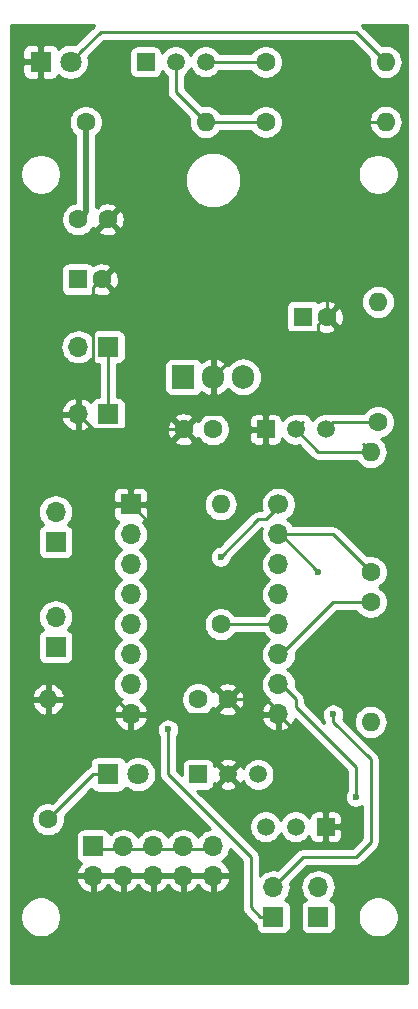
<source format=gbl>
G04 #@! TF.GenerationSoftware,KiCad,Pcbnew,(5.1.4)-1*
G04 #@! TF.CreationDate,2021-01-12T11:29:11-07:00*
G04 #@! TF.ProjectId,robot,726f626f-742e-46b6-9963-61645f706362,rev?*
G04 #@! TF.SameCoordinates,Original*
G04 #@! TF.FileFunction,Copper,L2,Bot*
G04 #@! TF.FilePolarity,Positive*
%FSLAX46Y46*%
G04 Gerber Fmt 4.6, Leading zero omitted, Abs format (unit mm)*
G04 Created by KiCad (PCBNEW (5.1.4)-1) date 2021-01-12 11:29:11*
%MOMM*%
%LPD*%
G04 APERTURE LIST*
%ADD10O,1.700000X1.700000*%
%ADD11R,1.700000X1.700000*%
%ADD12C,1.700000*%
%ADD13O,1.905000X2.000000*%
%ADD14R,1.905000X2.000000*%
%ADD15C,1.800000*%
%ADD16R,1.800000X1.800000*%
%ADD17C,1.600000*%
%ADD18R,1.600000X1.600000*%
%ADD19O,1.600000X1.600000*%
%ADD20R,1.500000X1.500000*%
%ADD21C,1.500000*%
%ADD22C,0.600000*%
%ADD23C,0.250000*%
%ADD24C,0.550000*%
%ADD25C,0.254000*%
G04 APERTURE END LIST*
D10*
X106680000Y-78105000D03*
X106680000Y-75565000D03*
X106680000Y-73025000D03*
X106680000Y-70485000D03*
X106680000Y-67945000D03*
X106680000Y-65405000D03*
X106680000Y-62865000D03*
D11*
X106680000Y-60325000D03*
D12*
X119180000Y-60325000D03*
D10*
X119180000Y-62865000D03*
X119180000Y-65405000D03*
X119180000Y-67945000D03*
X119180000Y-70485000D03*
X119180000Y-73025000D03*
X119180000Y-75565000D03*
X119180000Y-78105000D03*
D13*
X116205000Y-49530000D03*
X113665000Y-49530000D03*
D14*
X111125000Y-49530000D03*
D10*
X102235000Y-52705000D03*
D11*
X104775000Y-52705000D03*
X104775000Y-46990000D03*
D10*
X102235000Y-46990000D03*
X113665000Y-91790000D03*
X113665000Y-89250000D03*
X111125000Y-91790000D03*
X111125000Y-89250000D03*
X108585000Y-91790000D03*
X108585000Y-89250000D03*
X106045000Y-91790000D03*
X106045000Y-89250000D03*
X103505000Y-91790000D03*
D11*
X103505000Y-89250000D03*
D10*
X118745000Y-92710000D03*
D11*
X118745000Y-95250000D03*
D10*
X122555000Y-92710000D03*
D11*
X122555000Y-95250000D03*
D10*
X100330000Y-69850000D03*
D11*
X100330000Y-72390000D03*
X100330000Y-63500000D03*
D10*
X100330000Y-60960000D03*
D15*
X107315000Y-83185000D03*
D16*
X104775000Y-83185000D03*
D17*
X123285000Y-44450000D03*
D18*
X121285000Y-44450000D03*
D17*
X104735000Y-36195000D03*
X102235000Y-36195000D03*
X114895000Y-76835000D03*
X112395000Y-76835000D03*
X111165000Y-53975000D03*
X113665000Y-53975000D03*
X104235000Y-41275000D03*
D18*
X102235000Y-41275000D03*
D19*
X127000000Y-55880000D03*
D17*
X127000000Y-66040000D03*
D19*
X127000000Y-78740000D03*
D17*
X127000000Y-68580000D03*
D19*
X127635000Y-43180000D03*
D17*
X127635000Y-53340000D03*
D19*
X114300000Y-60325000D03*
D17*
X114300000Y-70485000D03*
D19*
X113030000Y-27940000D03*
D17*
X102870000Y-27940000D03*
D19*
X99695000Y-76835000D03*
D17*
X99695000Y-86995000D03*
D20*
X107950000Y-22860000D03*
D21*
X113030000Y-22860000D03*
X110490000Y-22860000D03*
D19*
X128270000Y-22860000D03*
D17*
X118110000Y-22860000D03*
X118110000Y-27940000D03*
D19*
X128270000Y-27940000D03*
D15*
X101600000Y-22860000D03*
D16*
X99060000Y-22860000D03*
D20*
X112395000Y-83185000D03*
D21*
X117475000Y-83185000D03*
X114935000Y-83185000D03*
D20*
X118110000Y-53975000D03*
D21*
X123190000Y-53975000D03*
X120650000Y-53975000D03*
D20*
X123190000Y-87630000D03*
D21*
X118110000Y-87630000D03*
X120650000Y-87630000D03*
D22*
X109855000Y-64770000D03*
X125730000Y-85090000D03*
X114300000Y-64770000D03*
X109855000Y-79375000D03*
X122555000Y-66040000D03*
X123825000Y-78105000D03*
D23*
X102499999Y-21960001D02*
X101600000Y-22860000D01*
X104140000Y-20320000D02*
X102499999Y-21960001D01*
X125730000Y-20320000D02*
X104140000Y-20320000D01*
X128270000Y-22860000D02*
X125730000Y-20320000D01*
X113030000Y-22860000D02*
X118110000Y-22860000D01*
X113030000Y-27940000D02*
X118110000Y-27940000D01*
X110490000Y-25400000D02*
X113030000Y-27940000D01*
X110490000Y-22860000D02*
X110490000Y-25400000D01*
X113665000Y-49530000D02*
X117475000Y-45720000D01*
X117475000Y-45720000D02*
X122555000Y-45720000D01*
X122555000Y-45720000D02*
X122555000Y-45085000D01*
X122555000Y-45085000D02*
X123190000Y-44450000D01*
X123190000Y-44450000D02*
X123285000Y-44450000D01*
X119180000Y-78105000D02*
X119380000Y-78105000D01*
X102235000Y-52705000D02*
X102235000Y-49530000D01*
X102235000Y-49530000D02*
X103505000Y-48260000D01*
X103505000Y-48260000D02*
X103505000Y-41910000D01*
X103505000Y-41910000D02*
X104140000Y-41275000D01*
X104140000Y-41275000D02*
X104235000Y-41275000D01*
X109855000Y-64770000D02*
X109855000Y-63500000D01*
X109855000Y-63500000D02*
X106680000Y-60325000D01*
X111165000Y-53975000D02*
X103505000Y-53975000D01*
X103505000Y-53975000D02*
X102235000Y-52705000D01*
X114895000Y-76835000D02*
X114935000Y-76835000D01*
X114935000Y-76835000D02*
X113665000Y-78105000D01*
X113665000Y-78105000D02*
X106680000Y-78105000D01*
X106680000Y-78105000D02*
X105410000Y-76835000D01*
X105410000Y-76835000D02*
X99695000Y-76835000D01*
X119180000Y-78105000D02*
X119380000Y-78105000D01*
X119380000Y-78105000D02*
X118110000Y-76835000D01*
X118110000Y-76835000D02*
X114895000Y-76835000D01*
X111165000Y-53975000D02*
X111125000Y-53975000D01*
X111125000Y-53975000D02*
X112395000Y-52705000D01*
X112395000Y-52705000D02*
X114935000Y-52705000D01*
X114935000Y-52705000D02*
X116205000Y-53975000D01*
X116205000Y-53975000D02*
X118110000Y-53975000D01*
X111125000Y-89535000D02*
X108585000Y-89535000D01*
X108585000Y-89535000D02*
X106045000Y-89535000D01*
X106045000Y-89535000D02*
X103505000Y-89535000D01*
X113665000Y-89535000D02*
X111125000Y-89535000D01*
X119380000Y-78105000D02*
X119380000Y-78740000D01*
X123190000Y-82115000D02*
X123190000Y-87630000D01*
X119180000Y-78105000D02*
X123190000Y-82115000D01*
X123285000Y-44450000D02*
X123285000Y-32925000D01*
X128270000Y-27940000D02*
X125730000Y-27940000D01*
X123285000Y-30385000D02*
X123285000Y-32925000D01*
X125730000Y-27940000D02*
X123285000Y-30385000D01*
X99695000Y-86995000D02*
X103505000Y-83185000D01*
X103505000Y-83185000D02*
X104775000Y-83185000D01*
X119180000Y-75565000D02*
X119380000Y-75565000D01*
X119380000Y-75565000D02*
X120650000Y-76835000D01*
X120650000Y-76835000D02*
X120650000Y-77470000D01*
X120650000Y-77470000D02*
X125730000Y-82550000D01*
X125730000Y-82550000D02*
X125730000Y-85090000D01*
X119180000Y-73025000D02*
X119380000Y-73025000D01*
X119380000Y-73025000D02*
X123825000Y-68580000D01*
X123825000Y-68580000D02*
X127000000Y-68580000D01*
X119180000Y-60325000D02*
X119380000Y-60325000D01*
X119380000Y-60325000D02*
X118110000Y-61595000D01*
X118110000Y-61595000D02*
X117475000Y-61595000D01*
X117475000Y-61595000D02*
X114300000Y-64770000D01*
X116840000Y-94445000D02*
X117645000Y-95250000D01*
X117645000Y-95250000D02*
X118745000Y-95250000D01*
X116840000Y-90170000D02*
X116840000Y-94445000D01*
X109855000Y-83185000D02*
X116840000Y-90170000D01*
X109855000Y-79375000D02*
X109855000Y-83185000D01*
X119180000Y-62865000D02*
X119380000Y-62865000D01*
X119380000Y-62865000D02*
X122555000Y-66040000D01*
X127000000Y-66040000D02*
X123825000Y-62865000D01*
X123825000Y-62865000D02*
X119180000Y-62865000D01*
X123825000Y-78740000D02*
X123825000Y-78105000D01*
X120015000Y-91440000D02*
X121285000Y-90170000D01*
X121285000Y-90170000D02*
X125730000Y-90170000D01*
X125730000Y-90170000D02*
X127000000Y-88900000D01*
X127000000Y-88900000D02*
X127000000Y-81915000D01*
X127000000Y-81915000D02*
X123825000Y-78740000D01*
X120015000Y-91440000D02*
X118745000Y-92710000D01*
X119180000Y-70485000D02*
X114300000Y-70485000D01*
X123825000Y-53340000D02*
X123190000Y-53975000D01*
X127635000Y-53340000D02*
X123825000Y-53340000D01*
X120650000Y-53975000D02*
X121285000Y-53340000D01*
X127000000Y-55880000D02*
X126365000Y-55245000D01*
X122555000Y-55880000D02*
X120650000Y-53975000D01*
X127000000Y-55880000D02*
X122555000Y-55880000D01*
D24*
X102870000Y-35560000D02*
X102235000Y-36195000D01*
X102870000Y-27940000D02*
X102870000Y-35560000D01*
D23*
X104775000Y-52705000D02*
X104775000Y-46990000D01*
D25*
G36*
X103599999Y-19779999D02*
G01*
X103576201Y-19808997D01*
X102008930Y-21376269D01*
X101751184Y-21325000D01*
X101448816Y-21325000D01*
X101152257Y-21383989D01*
X100872905Y-21499701D01*
X100621495Y-21667688D01*
X100555056Y-21734127D01*
X100549502Y-21715820D01*
X100490537Y-21605506D01*
X100411185Y-21508815D01*
X100314494Y-21429463D01*
X100204180Y-21370498D01*
X100084482Y-21334188D01*
X99960000Y-21321928D01*
X99345750Y-21325000D01*
X99187000Y-21483750D01*
X99187000Y-22733000D01*
X99207000Y-22733000D01*
X99207000Y-22987000D01*
X99187000Y-22987000D01*
X99187000Y-24236250D01*
X99345750Y-24395000D01*
X99960000Y-24398072D01*
X100084482Y-24385812D01*
X100204180Y-24349502D01*
X100314494Y-24290537D01*
X100411185Y-24211185D01*
X100490537Y-24114494D01*
X100549502Y-24004180D01*
X100555056Y-23985873D01*
X100621495Y-24052312D01*
X100872905Y-24220299D01*
X101152257Y-24336011D01*
X101448816Y-24395000D01*
X101751184Y-24395000D01*
X102047743Y-24336011D01*
X102327095Y-24220299D01*
X102578505Y-24052312D01*
X102792312Y-23838505D01*
X102960299Y-23587095D01*
X103076011Y-23307743D01*
X103135000Y-23011184D01*
X103135000Y-22708816D01*
X103083731Y-22451070D01*
X103424801Y-22110000D01*
X106561928Y-22110000D01*
X106561928Y-23610000D01*
X106574188Y-23734482D01*
X106610498Y-23854180D01*
X106669463Y-23964494D01*
X106748815Y-24061185D01*
X106845506Y-24140537D01*
X106955820Y-24199502D01*
X107075518Y-24235812D01*
X107200000Y-24248072D01*
X108700000Y-24248072D01*
X108824482Y-24235812D01*
X108944180Y-24199502D01*
X109054494Y-24140537D01*
X109151185Y-24061185D01*
X109230537Y-23964494D01*
X109289502Y-23854180D01*
X109325812Y-23734482D01*
X109336445Y-23626517D01*
X109414201Y-23742886D01*
X109607114Y-23935799D01*
X109730000Y-24017909D01*
X109730001Y-25362668D01*
X109726324Y-25400000D01*
X109740998Y-25548985D01*
X109784454Y-25692246D01*
X109855026Y-25824276D01*
X109926201Y-25911002D01*
X109950000Y-25940001D01*
X109978998Y-25963799D01*
X111629292Y-27614094D01*
X111615764Y-27658691D01*
X111588057Y-27940000D01*
X111615764Y-28221309D01*
X111697818Y-28491808D01*
X111831068Y-28741101D01*
X112010392Y-28959608D01*
X112228899Y-29138932D01*
X112478192Y-29272182D01*
X112748691Y-29354236D01*
X112959508Y-29375000D01*
X113100492Y-29375000D01*
X113311309Y-29354236D01*
X113581808Y-29272182D01*
X113831101Y-29138932D01*
X114049608Y-28959608D01*
X114228932Y-28741101D01*
X114250901Y-28700000D01*
X116891957Y-28700000D01*
X116995363Y-28854759D01*
X117195241Y-29054637D01*
X117430273Y-29211680D01*
X117691426Y-29319853D01*
X117968665Y-29375000D01*
X118251335Y-29375000D01*
X118528574Y-29319853D01*
X118789727Y-29211680D01*
X119024759Y-29054637D01*
X119224637Y-28854759D01*
X119381680Y-28619727D01*
X119489853Y-28358574D01*
X119545000Y-28081335D01*
X119545000Y-27940000D01*
X126828057Y-27940000D01*
X126855764Y-28221309D01*
X126937818Y-28491808D01*
X127071068Y-28741101D01*
X127250392Y-28959608D01*
X127468899Y-29138932D01*
X127718192Y-29272182D01*
X127988691Y-29354236D01*
X128199508Y-29375000D01*
X128340492Y-29375000D01*
X128551309Y-29354236D01*
X128821808Y-29272182D01*
X129071101Y-29138932D01*
X129289608Y-28959608D01*
X129468932Y-28741101D01*
X129602182Y-28491808D01*
X129684236Y-28221309D01*
X129711943Y-27940000D01*
X129684236Y-27658691D01*
X129602182Y-27388192D01*
X129468932Y-27138899D01*
X129289608Y-26920392D01*
X129071101Y-26741068D01*
X128821808Y-26607818D01*
X128551309Y-26525764D01*
X128340492Y-26505000D01*
X128199508Y-26505000D01*
X127988691Y-26525764D01*
X127718192Y-26607818D01*
X127468899Y-26741068D01*
X127250392Y-26920392D01*
X127071068Y-27138899D01*
X126937818Y-27388192D01*
X126855764Y-27658691D01*
X126828057Y-27940000D01*
X119545000Y-27940000D01*
X119545000Y-27798665D01*
X119489853Y-27521426D01*
X119381680Y-27260273D01*
X119224637Y-27025241D01*
X119024759Y-26825363D01*
X118789727Y-26668320D01*
X118528574Y-26560147D01*
X118251335Y-26505000D01*
X117968665Y-26505000D01*
X117691426Y-26560147D01*
X117430273Y-26668320D01*
X117195241Y-26825363D01*
X116995363Y-27025241D01*
X116891957Y-27180000D01*
X114250901Y-27180000D01*
X114228932Y-27138899D01*
X114049608Y-26920392D01*
X113831101Y-26741068D01*
X113581808Y-26607818D01*
X113311309Y-26525764D01*
X113100492Y-26505000D01*
X112959508Y-26505000D01*
X112748691Y-26525764D01*
X112704094Y-26539292D01*
X111250000Y-25085199D01*
X111250000Y-24017909D01*
X111372886Y-23935799D01*
X111565799Y-23742886D01*
X111717371Y-23516043D01*
X111760000Y-23413127D01*
X111802629Y-23516043D01*
X111954201Y-23742886D01*
X112147114Y-23935799D01*
X112373957Y-24087371D01*
X112626011Y-24191775D01*
X112893589Y-24245000D01*
X113166411Y-24245000D01*
X113433989Y-24191775D01*
X113686043Y-24087371D01*
X113912886Y-23935799D01*
X114105799Y-23742886D01*
X114187909Y-23620000D01*
X116891957Y-23620000D01*
X116995363Y-23774759D01*
X117195241Y-23974637D01*
X117430273Y-24131680D01*
X117691426Y-24239853D01*
X117968665Y-24295000D01*
X118251335Y-24295000D01*
X118528574Y-24239853D01*
X118789727Y-24131680D01*
X119024759Y-23974637D01*
X119224637Y-23774759D01*
X119381680Y-23539727D01*
X119489853Y-23278574D01*
X119545000Y-23001335D01*
X119545000Y-22718665D01*
X119489853Y-22441426D01*
X119381680Y-22180273D01*
X119224637Y-21945241D01*
X119024759Y-21745363D01*
X118789727Y-21588320D01*
X118528574Y-21480147D01*
X118251335Y-21425000D01*
X117968665Y-21425000D01*
X117691426Y-21480147D01*
X117430273Y-21588320D01*
X117195241Y-21745363D01*
X116995363Y-21945241D01*
X116891957Y-22100000D01*
X114187909Y-22100000D01*
X114105799Y-21977114D01*
X113912886Y-21784201D01*
X113686043Y-21632629D01*
X113433989Y-21528225D01*
X113166411Y-21475000D01*
X112893589Y-21475000D01*
X112626011Y-21528225D01*
X112373957Y-21632629D01*
X112147114Y-21784201D01*
X111954201Y-21977114D01*
X111802629Y-22203957D01*
X111760000Y-22306873D01*
X111717371Y-22203957D01*
X111565799Y-21977114D01*
X111372886Y-21784201D01*
X111146043Y-21632629D01*
X110893989Y-21528225D01*
X110626411Y-21475000D01*
X110353589Y-21475000D01*
X110086011Y-21528225D01*
X109833957Y-21632629D01*
X109607114Y-21784201D01*
X109414201Y-21977114D01*
X109336445Y-22093483D01*
X109325812Y-21985518D01*
X109289502Y-21865820D01*
X109230537Y-21755506D01*
X109151185Y-21658815D01*
X109054494Y-21579463D01*
X108944180Y-21520498D01*
X108824482Y-21484188D01*
X108700000Y-21471928D01*
X107200000Y-21471928D01*
X107075518Y-21484188D01*
X106955820Y-21520498D01*
X106845506Y-21579463D01*
X106748815Y-21658815D01*
X106669463Y-21755506D01*
X106610498Y-21865820D01*
X106574188Y-21985518D01*
X106561928Y-22110000D01*
X103424801Y-22110000D01*
X104454802Y-21080000D01*
X125415199Y-21080000D01*
X126869292Y-22534094D01*
X126855764Y-22578691D01*
X126828057Y-22860000D01*
X126855764Y-23141309D01*
X126937818Y-23411808D01*
X127071068Y-23661101D01*
X127250392Y-23879608D01*
X127468899Y-24058932D01*
X127718192Y-24192182D01*
X127988691Y-24274236D01*
X128199508Y-24295000D01*
X128340492Y-24295000D01*
X128551309Y-24274236D01*
X128821808Y-24192182D01*
X129071101Y-24058932D01*
X129289608Y-23879608D01*
X129468932Y-23661101D01*
X129602182Y-23411808D01*
X129684236Y-23141309D01*
X129711943Y-22860000D01*
X129684236Y-22578691D01*
X129602182Y-22308192D01*
X129468932Y-22058899D01*
X129289608Y-21840392D01*
X129071101Y-21661068D01*
X128821808Y-21527818D01*
X128551309Y-21445764D01*
X128340492Y-21425000D01*
X128199508Y-21425000D01*
X127988691Y-21445764D01*
X127944094Y-21459292D01*
X126293804Y-19809003D01*
X126270001Y-19779999D01*
X126245632Y-19760000D01*
X130100000Y-19760000D01*
X130100001Y-77435123D01*
X130100000Y-93945123D01*
X130100000Y-93945124D01*
X130100001Y-100890000D01*
X96595000Y-100890000D01*
X96595000Y-95079117D01*
X97325000Y-95079117D01*
X97325000Y-95420883D01*
X97391675Y-95756081D01*
X97522463Y-96071831D01*
X97712337Y-96355998D01*
X97954002Y-96597663D01*
X98238169Y-96787537D01*
X98553919Y-96918325D01*
X98889117Y-96985000D01*
X99230883Y-96985000D01*
X99566081Y-96918325D01*
X99881831Y-96787537D01*
X100165998Y-96597663D01*
X100407663Y-96355998D01*
X100597537Y-96071831D01*
X100728325Y-95756081D01*
X100795000Y-95420883D01*
X100795000Y-95079117D01*
X100728325Y-94743919D01*
X100597537Y-94428169D01*
X100407663Y-94144002D01*
X100165998Y-93902337D01*
X99881831Y-93712463D01*
X99566081Y-93581675D01*
X99230883Y-93515000D01*
X98889117Y-93515000D01*
X98553919Y-93581675D01*
X98238169Y-93712463D01*
X97954002Y-93902337D01*
X97712337Y-94144002D01*
X97522463Y-94428169D01*
X97391675Y-94743919D01*
X97325000Y-95079117D01*
X96595000Y-95079117D01*
X96595000Y-92146891D01*
X102063519Y-92146891D01*
X102160843Y-92421252D01*
X102309822Y-92671355D01*
X102504731Y-92887588D01*
X102738080Y-93061641D01*
X103000901Y-93186825D01*
X103148110Y-93231476D01*
X103378000Y-93110155D01*
X103378000Y-91917000D01*
X103632000Y-91917000D01*
X103632000Y-93110155D01*
X103861890Y-93231476D01*
X104009099Y-93186825D01*
X104271920Y-93061641D01*
X104505269Y-92887588D01*
X104700178Y-92671355D01*
X104775000Y-92545745D01*
X104849822Y-92671355D01*
X105044731Y-92887588D01*
X105278080Y-93061641D01*
X105540901Y-93186825D01*
X105688110Y-93231476D01*
X105918000Y-93110155D01*
X105918000Y-91917000D01*
X106172000Y-91917000D01*
X106172000Y-93110155D01*
X106401890Y-93231476D01*
X106549099Y-93186825D01*
X106811920Y-93061641D01*
X107045269Y-92887588D01*
X107240178Y-92671355D01*
X107315000Y-92545745D01*
X107389822Y-92671355D01*
X107584731Y-92887588D01*
X107818080Y-93061641D01*
X108080901Y-93186825D01*
X108228110Y-93231476D01*
X108458000Y-93110155D01*
X108458000Y-91917000D01*
X108712000Y-91917000D01*
X108712000Y-93110155D01*
X108941890Y-93231476D01*
X109089099Y-93186825D01*
X109351920Y-93061641D01*
X109585269Y-92887588D01*
X109780178Y-92671355D01*
X109855000Y-92545745D01*
X109929822Y-92671355D01*
X110124731Y-92887588D01*
X110358080Y-93061641D01*
X110620901Y-93186825D01*
X110768110Y-93231476D01*
X110998000Y-93110155D01*
X110998000Y-91917000D01*
X111252000Y-91917000D01*
X111252000Y-93110155D01*
X111481890Y-93231476D01*
X111629099Y-93186825D01*
X111891920Y-93061641D01*
X112125269Y-92887588D01*
X112320178Y-92671355D01*
X112395000Y-92545745D01*
X112469822Y-92671355D01*
X112664731Y-92887588D01*
X112898080Y-93061641D01*
X113160901Y-93186825D01*
X113308110Y-93231476D01*
X113538000Y-93110155D01*
X113538000Y-91917000D01*
X113792000Y-91917000D01*
X113792000Y-93110155D01*
X114021890Y-93231476D01*
X114169099Y-93186825D01*
X114431920Y-93061641D01*
X114665269Y-92887588D01*
X114860178Y-92671355D01*
X115009157Y-92421252D01*
X115106481Y-92146891D01*
X114985814Y-91917000D01*
X113792000Y-91917000D01*
X113538000Y-91917000D01*
X111252000Y-91917000D01*
X110998000Y-91917000D01*
X108712000Y-91917000D01*
X108458000Y-91917000D01*
X106172000Y-91917000D01*
X105918000Y-91917000D01*
X103632000Y-91917000D01*
X103378000Y-91917000D01*
X102184186Y-91917000D01*
X102063519Y-92146891D01*
X96595000Y-92146891D01*
X96595000Y-86853665D01*
X98260000Y-86853665D01*
X98260000Y-87136335D01*
X98315147Y-87413574D01*
X98423320Y-87674727D01*
X98580363Y-87909759D01*
X98780241Y-88109637D01*
X99015273Y-88266680D01*
X99276426Y-88374853D01*
X99553665Y-88430000D01*
X99836335Y-88430000D01*
X99987153Y-88400000D01*
X102016928Y-88400000D01*
X102016928Y-90100000D01*
X102029188Y-90224482D01*
X102065498Y-90344180D01*
X102124463Y-90454494D01*
X102203815Y-90551185D01*
X102300506Y-90630537D01*
X102410820Y-90689502D01*
X102486626Y-90712498D01*
X102309822Y-90908645D01*
X102160843Y-91158748D01*
X102063519Y-91433109D01*
X102184186Y-91663000D01*
X103378000Y-91663000D01*
X103378000Y-91643000D01*
X103632000Y-91643000D01*
X103632000Y-91663000D01*
X105918000Y-91663000D01*
X105918000Y-91643000D01*
X106172000Y-91643000D01*
X106172000Y-91663000D01*
X108458000Y-91663000D01*
X108458000Y-91643000D01*
X108712000Y-91643000D01*
X108712000Y-91663000D01*
X110998000Y-91663000D01*
X110998000Y-91643000D01*
X111252000Y-91643000D01*
X111252000Y-91663000D01*
X113538000Y-91663000D01*
X113538000Y-91643000D01*
X113792000Y-91643000D01*
X113792000Y-91663000D01*
X114985814Y-91663000D01*
X115106481Y-91433109D01*
X115009157Y-91158748D01*
X114860178Y-90908645D01*
X114665269Y-90692412D01*
X114436244Y-90521584D01*
X114494014Y-90490706D01*
X114720134Y-90305134D01*
X114905706Y-90079014D01*
X115043599Y-89821034D01*
X115128513Y-89541111D01*
X115129212Y-89534014D01*
X116080000Y-90484802D01*
X116080001Y-94407668D01*
X116076324Y-94445000D01*
X116080001Y-94482333D01*
X116086120Y-94544454D01*
X116090998Y-94593985D01*
X116134454Y-94737246D01*
X116205026Y-94869276D01*
X116276201Y-94956002D01*
X116300000Y-94985001D01*
X116328998Y-95008799D01*
X117081201Y-95761002D01*
X117104999Y-95790001D01*
X117133997Y-95813799D01*
X117220723Y-95884974D01*
X117256928Y-95904326D01*
X117256928Y-96100000D01*
X117269188Y-96224482D01*
X117305498Y-96344180D01*
X117364463Y-96454494D01*
X117443815Y-96551185D01*
X117540506Y-96630537D01*
X117650820Y-96689502D01*
X117770518Y-96725812D01*
X117895000Y-96738072D01*
X119595000Y-96738072D01*
X119719482Y-96725812D01*
X119839180Y-96689502D01*
X119949494Y-96630537D01*
X120046185Y-96551185D01*
X120125537Y-96454494D01*
X120184502Y-96344180D01*
X120220812Y-96224482D01*
X120233072Y-96100000D01*
X120233072Y-94400000D01*
X120220812Y-94275518D01*
X120184502Y-94155820D01*
X120125537Y-94045506D01*
X120046185Y-93948815D01*
X119949494Y-93869463D01*
X119839180Y-93810498D01*
X119770313Y-93789607D01*
X119800134Y-93765134D01*
X119985706Y-93539014D01*
X120123599Y-93281034D01*
X120208513Y-93001111D01*
X120237185Y-92710000D01*
X121062815Y-92710000D01*
X121091487Y-93001111D01*
X121176401Y-93281034D01*
X121314294Y-93539014D01*
X121499866Y-93765134D01*
X121529687Y-93789607D01*
X121460820Y-93810498D01*
X121350506Y-93869463D01*
X121253815Y-93948815D01*
X121174463Y-94045506D01*
X121115498Y-94155820D01*
X121079188Y-94275518D01*
X121066928Y-94400000D01*
X121066928Y-96100000D01*
X121079188Y-96224482D01*
X121115498Y-96344180D01*
X121174463Y-96454494D01*
X121253815Y-96551185D01*
X121350506Y-96630537D01*
X121460820Y-96689502D01*
X121580518Y-96725812D01*
X121705000Y-96738072D01*
X123405000Y-96738072D01*
X123529482Y-96725812D01*
X123649180Y-96689502D01*
X123759494Y-96630537D01*
X123856185Y-96551185D01*
X123935537Y-96454494D01*
X123994502Y-96344180D01*
X124030812Y-96224482D01*
X124043072Y-96100000D01*
X124043072Y-95079117D01*
X125900000Y-95079117D01*
X125900000Y-95420883D01*
X125966675Y-95756081D01*
X126097463Y-96071831D01*
X126287337Y-96355998D01*
X126529002Y-96597663D01*
X126813169Y-96787537D01*
X127128919Y-96918325D01*
X127464117Y-96985000D01*
X127805883Y-96985000D01*
X128141081Y-96918325D01*
X128456831Y-96787537D01*
X128740998Y-96597663D01*
X128982663Y-96355998D01*
X129172537Y-96071831D01*
X129303325Y-95756081D01*
X129370000Y-95420883D01*
X129370000Y-95079117D01*
X129303325Y-94743919D01*
X129172537Y-94428169D01*
X128982663Y-94144002D01*
X128740998Y-93902337D01*
X128456831Y-93712463D01*
X128141081Y-93581675D01*
X127805883Y-93515000D01*
X127464117Y-93515000D01*
X127128919Y-93581675D01*
X126813169Y-93712463D01*
X126529002Y-93902337D01*
X126287337Y-94144002D01*
X126097463Y-94428169D01*
X125966675Y-94743919D01*
X125900000Y-95079117D01*
X124043072Y-95079117D01*
X124043072Y-94400000D01*
X124030812Y-94275518D01*
X123994502Y-94155820D01*
X123935537Y-94045506D01*
X123856185Y-93948815D01*
X123759494Y-93869463D01*
X123649180Y-93810498D01*
X123580313Y-93789607D01*
X123610134Y-93765134D01*
X123795706Y-93539014D01*
X123933599Y-93281034D01*
X124018513Y-93001111D01*
X124047185Y-92710000D01*
X124018513Y-92418889D01*
X123933599Y-92138966D01*
X123795706Y-91880986D01*
X123610134Y-91654866D01*
X123384014Y-91469294D01*
X123126034Y-91331401D01*
X122846111Y-91246487D01*
X122627950Y-91225000D01*
X122482050Y-91225000D01*
X122263889Y-91246487D01*
X121983966Y-91331401D01*
X121725986Y-91469294D01*
X121499866Y-91654866D01*
X121314294Y-91880986D01*
X121176401Y-92138966D01*
X121091487Y-92418889D01*
X121062815Y-92710000D01*
X120237185Y-92710000D01*
X120208513Y-92418889D01*
X120185797Y-92344005D01*
X120578799Y-91951003D01*
X120578803Y-91950998D01*
X121599802Y-90930000D01*
X125692678Y-90930000D01*
X125730000Y-90933676D01*
X125767322Y-90930000D01*
X125767333Y-90930000D01*
X125878986Y-90919003D01*
X126022247Y-90875546D01*
X126154276Y-90804974D01*
X126270001Y-90710001D01*
X126293804Y-90680997D01*
X127511004Y-89463798D01*
X127540001Y-89440001D01*
X127634974Y-89324276D01*
X127705546Y-89192247D01*
X127749003Y-89048986D01*
X127760000Y-88937333D01*
X127760000Y-88937324D01*
X127763676Y-88900001D01*
X127760000Y-88862678D01*
X127760000Y-81952322D01*
X127763676Y-81914999D01*
X127760000Y-81877676D01*
X127760000Y-81877667D01*
X127749003Y-81766014D01*
X127705546Y-81622753D01*
X127634974Y-81490723D01*
X127563799Y-81403997D01*
X127540001Y-81374999D01*
X127511003Y-81351201D01*
X124899802Y-78740000D01*
X125558057Y-78740000D01*
X125585764Y-79021309D01*
X125667818Y-79291808D01*
X125801068Y-79541101D01*
X125980392Y-79759608D01*
X126198899Y-79938932D01*
X126448192Y-80072182D01*
X126718691Y-80154236D01*
X126929508Y-80175000D01*
X127070492Y-80175000D01*
X127281309Y-80154236D01*
X127551808Y-80072182D01*
X127801101Y-79938932D01*
X128019608Y-79759608D01*
X128198932Y-79541101D01*
X128332182Y-79291808D01*
X128414236Y-79021309D01*
X128441943Y-78740000D01*
X128414236Y-78458691D01*
X128332182Y-78188192D01*
X128198932Y-77938899D01*
X128019608Y-77720392D01*
X127801101Y-77541068D01*
X127551808Y-77407818D01*
X127281309Y-77325764D01*
X127070492Y-77305000D01*
X126929508Y-77305000D01*
X126718691Y-77325764D01*
X126448192Y-77407818D01*
X126198899Y-77541068D01*
X125980392Y-77720392D01*
X125801068Y-77938899D01*
X125667818Y-78188192D01*
X125585764Y-78458691D01*
X125558057Y-78740000D01*
X124899802Y-78740000D01*
X124669433Y-78509632D01*
X124724068Y-78377729D01*
X124760000Y-78197089D01*
X124760000Y-78012911D01*
X124724068Y-77832271D01*
X124653586Y-77662111D01*
X124551262Y-77508972D01*
X124421028Y-77378738D01*
X124267889Y-77276414D01*
X124097729Y-77205932D01*
X123917089Y-77170000D01*
X123732911Y-77170000D01*
X123552271Y-77205932D01*
X123382111Y-77276414D01*
X123228972Y-77378738D01*
X123098738Y-77508972D01*
X122996414Y-77662111D01*
X122925932Y-77832271D01*
X122890000Y-78012911D01*
X122890000Y-78197089D01*
X122925932Y-78377729D01*
X122996414Y-78547889D01*
X123065000Y-78650535D01*
X123065000Y-78702678D01*
X123061324Y-78740000D01*
X123065000Y-78777322D01*
X123065000Y-78777332D01*
X123068591Y-78813789D01*
X121410000Y-77155199D01*
X121410000Y-76872322D01*
X121413676Y-76834999D01*
X121410000Y-76797676D01*
X121410000Y-76797667D01*
X121399003Y-76686014D01*
X121355546Y-76542753D01*
X121284974Y-76410724D01*
X121190001Y-76294999D01*
X121161004Y-76271202D01*
X120652694Y-75762893D01*
X120672185Y-75565000D01*
X120643513Y-75273889D01*
X120558599Y-74993966D01*
X120420706Y-74735986D01*
X120235134Y-74509866D01*
X120009014Y-74324294D01*
X119954209Y-74295000D01*
X120009014Y-74265706D01*
X120235134Y-74080134D01*
X120420706Y-73854014D01*
X120558599Y-73596034D01*
X120643513Y-73316111D01*
X120672185Y-73025000D01*
X120652694Y-72827107D01*
X124139802Y-69340000D01*
X125781957Y-69340000D01*
X125885363Y-69494759D01*
X126085241Y-69694637D01*
X126320273Y-69851680D01*
X126581426Y-69959853D01*
X126858665Y-70015000D01*
X127141335Y-70015000D01*
X127418574Y-69959853D01*
X127679727Y-69851680D01*
X127914759Y-69694637D01*
X128114637Y-69494759D01*
X128271680Y-69259727D01*
X128379853Y-68998574D01*
X128435000Y-68721335D01*
X128435000Y-68438665D01*
X128379853Y-68161426D01*
X128271680Y-67900273D01*
X128114637Y-67665241D01*
X127914759Y-67465363D01*
X127682241Y-67310000D01*
X127914759Y-67154637D01*
X128114637Y-66954759D01*
X128271680Y-66719727D01*
X128379853Y-66458574D01*
X128435000Y-66181335D01*
X128435000Y-65898665D01*
X128379853Y-65621426D01*
X128271680Y-65360273D01*
X128114637Y-65125241D01*
X127914759Y-64925363D01*
X127679727Y-64768320D01*
X127418574Y-64660147D01*
X127141335Y-64605000D01*
X126858665Y-64605000D01*
X126676114Y-64641312D01*
X124388804Y-62354003D01*
X124365001Y-62324999D01*
X124249276Y-62230026D01*
X124117247Y-62159454D01*
X123973986Y-62115997D01*
X123862333Y-62105000D01*
X123862322Y-62105000D01*
X123825000Y-62101324D01*
X123787678Y-62105000D01*
X120457595Y-62105000D01*
X120420706Y-62035986D01*
X120235134Y-61809866D01*
X120009014Y-61624294D01*
X119953115Y-61594415D01*
X120126632Y-61478475D01*
X120333475Y-61271632D01*
X120495990Y-61028411D01*
X120607932Y-60758158D01*
X120665000Y-60471260D01*
X120665000Y-60178740D01*
X120607932Y-59891842D01*
X120495990Y-59621589D01*
X120333475Y-59378368D01*
X120126632Y-59171525D01*
X119883411Y-59009010D01*
X119613158Y-58897068D01*
X119326260Y-58840000D01*
X119033740Y-58840000D01*
X118746842Y-58897068D01*
X118476589Y-59009010D01*
X118233368Y-59171525D01*
X118026525Y-59378368D01*
X117864010Y-59621589D01*
X117752068Y-59891842D01*
X117695000Y-60178740D01*
X117695000Y-60471260D01*
X117752068Y-60758158D01*
X117783897Y-60835000D01*
X117512322Y-60835000D01*
X117474999Y-60831324D01*
X117437676Y-60835000D01*
X117437667Y-60835000D01*
X117326014Y-60845997D01*
X117182753Y-60889454D01*
X117050723Y-60960026D01*
X116967397Y-61028411D01*
X116934999Y-61054999D01*
X116911201Y-61083997D01*
X114148352Y-63846847D01*
X114027271Y-63870932D01*
X113857111Y-63941414D01*
X113703972Y-64043738D01*
X113573738Y-64173972D01*
X113471414Y-64327111D01*
X113400932Y-64497271D01*
X113365000Y-64677911D01*
X113365000Y-64862089D01*
X113400932Y-65042729D01*
X113471414Y-65212889D01*
X113573738Y-65366028D01*
X113703972Y-65496262D01*
X113857111Y-65598586D01*
X114027271Y-65669068D01*
X114207911Y-65705000D01*
X114392089Y-65705000D01*
X114572729Y-65669068D01*
X114742889Y-65598586D01*
X114896028Y-65496262D01*
X115026262Y-65366028D01*
X115128586Y-65212889D01*
X115199068Y-65042729D01*
X115223153Y-64921648D01*
X117779875Y-62364927D01*
X117716487Y-62573889D01*
X117687815Y-62865000D01*
X117716487Y-63156111D01*
X117801401Y-63436034D01*
X117939294Y-63694014D01*
X118124866Y-63920134D01*
X118350986Y-64105706D01*
X118405791Y-64135000D01*
X118350986Y-64164294D01*
X118124866Y-64349866D01*
X117939294Y-64575986D01*
X117801401Y-64833966D01*
X117716487Y-65113889D01*
X117687815Y-65405000D01*
X117716487Y-65696111D01*
X117801401Y-65976034D01*
X117939294Y-66234014D01*
X118124866Y-66460134D01*
X118350986Y-66645706D01*
X118405791Y-66675000D01*
X118350986Y-66704294D01*
X118124866Y-66889866D01*
X117939294Y-67115986D01*
X117801401Y-67373966D01*
X117716487Y-67653889D01*
X117687815Y-67945000D01*
X117716487Y-68236111D01*
X117801401Y-68516034D01*
X117939294Y-68774014D01*
X118124866Y-69000134D01*
X118350986Y-69185706D01*
X118405791Y-69215000D01*
X118350986Y-69244294D01*
X118124866Y-69429866D01*
X117939294Y-69655986D01*
X117902405Y-69725000D01*
X115518043Y-69725000D01*
X115414637Y-69570241D01*
X115214759Y-69370363D01*
X114979727Y-69213320D01*
X114718574Y-69105147D01*
X114441335Y-69050000D01*
X114158665Y-69050000D01*
X113881426Y-69105147D01*
X113620273Y-69213320D01*
X113385241Y-69370363D01*
X113185363Y-69570241D01*
X113028320Y-69805273D01*
X112920147Y-70066426D01*
X112865000Y-70343665D01*
X112865000Y-70626335D01*
X112920147Y-70903574D01*
X113028320Y-71164727D01*
X113185363Y-71399759D01*
X113385241Y-71599637D01*
X113620273Y-71756680D01*
X113881426Y-71864853D01*
X114158665Y-71920000D01*
X114441335Y-71920000D01*
X114718574Y-71864853D01*
X114979727Y-71756680D01*
X115214759Y-71599637D01*
X115414637Y-71399759D01*
X115518043Y-71245000D01*
X117902405Y-71245000D01*
X117939294Y-71314014D01*
X118124866Y-71540134D01*
X118350986Y-71725706D01*
X118405791Y-71755000D01*
X118350986Y-71784294D01*
X118124866Y-71969866D01*
X117939294Y-72195986D01*
X117801401Y-72453966D01*
X117716487Y-72733889D01*
X117687815Y-73025000D01*
X117716487Y-73316111D01*
X117801401Y-73596034D01*
X117939294Y-73854014D01*
X118124866Y-74080134D01*
X118350986Y-74265706D01*
X118405791Y-74295000D01*
X118350986Y-74324294D01*
X118124866Y-74509866D01*
X117939294Y-74735986D01*
X117801401Y-74993966D01*
X117716487Y-75273889D01*
X117687815Y-75565000D01*
X117716487Y-75856111D01*
X117801401Y-76136034D01*
X117939294Y-76394014D01*
X118124866Y-76620134D01*
X118350986Y-76805706D01*
X118415523Y-76840201D01*
X118298645Y-76909822D01*
X118082412Y-77104731D01*
X117908359Y-77338080D01*
X117783175Y-77600901D01*
X117738524Y-77748110D01*
X117859845Y-77978000D01*
X119053000Y-77978000D01*
X119053000Y-77958000D01*
X119307000Y-77958000D01*
X119307000Y-77978000D01*
X119327000Y-77978000D01*
X119327000Y-78232000D01*
X119307000Y-78232000D01*
X119307000Y-79425814D01*
X119536891Y-79546481D01*
X119811252Y-79449157D01*
X120061355Y-79300178D01*
X120277588Y-79105269D01*
X120451641Y-78871920D01*
X120576825Y-78609099D01*
X120608819Y-78503620D01*
X124970000Y-82864802D01*
X124970001Y-84544463D01*
X124901414Y-84647111D01*
X124830932Y-84817271D01*
X124795000Y-84997911D01*
X124795000Y-85182089D01*
X124830932Y-85362729D01*
X124901414Y-85532889D01*
X125003738Y-85686028D01*
X125133972Y-85816262D01*
X125287111Y-85918586D01*
X125457271Y-85989068D01*
X125637911Y-86025000D01*
X125822089Y-86025000D01*
X126002729Y-85989068D01*
X126172889Y-85918586D01*
X126240000Y-85873744D01*
X126240000Y-88585198D01*
X125415199Y-89410000D01*
X121322322Y-89410000D01*
X121284999Y-89406324D01*
X121247676Y-89410000D01*
X121247667Y-89410000D01*
X121136014Y-89420997D01*
X120992753Y-89464454D01*
X120860724Y-89535026D01*
X120744999Y-89629999D01*
X120721201Y-89658997D01*
X119504002Y-90876197D01*
X119503997Y-90876201D01*
X119110995Y-91269203D01*
X119036111Y-91246487D01*
X118817950Y-91225000D01*
X118672050Y-91225000D01*
X118453889Y-91246487D01*
X118173966Y-91331401D01*
X117915986Y-91469294D01*
X117689866Y-91654866D01*
X117600000Y-91764368D01*
X117600000Y-90207325D01*
X117603676Y-90170000D01*
X117600000Y-90132675D01*
X117600000Y-90132667D01*
X117589003Y-90021014D01*
X117545546Y-89877753D01*
X117474974Y-89745724D01*
X117380001Y-89629999D01*
X117351003Y-89606201D01*
X115238391Y-87493589D01*
X116725000Y-87493589D01*
X116725000Y-87766411D01*
X116778225Y-88033989D01*
X116882629Y-88286043D01*
X117034201Y-88512886D01*
X117227114Y-88705799D01*
X117453957Y-88857371D01*
X117706011Y-88961775D01*
X117973589Y-89015000D01*
X118246411Y-89015000D01*
X118513989Y-88961775D01*
X118766043Y-88857371D01*
X118992886Y-88705799D01*
X119185799Y-88512886D01*
X119337371Y-88286043D01*
X119380000Y-88183127D01*
X119422629Y-88286043D01*
X119574201Y-88512886D01*
X119767114Y-88705799D01*
X119993957Y-88857371D01*
X120246011Y-88961775D01*
X120513589Y-89015000D01*
X120786411Y-89015000D01*
X121053989Y-88961775D01*
X121306043Y-88857371D01*
X121532886Y-88705799D01*
X121725799Y-88512886D01*
X121803555Y-88396517D01*
X121814188Y-88504482D01*
X121850498Y-88624180D01*
X121909463Y-88734494D01*
X121988815Y-88831185D01*
X122085506Y-88910537D01*
X122195820Y-88969502D01*
X122315518Y-89005812D01*
X122440000Y-89018072D01*
X122904250Y-89015000D01*
X123063000Y-88856250D01*
X123063000Y-87757000D01*
X123317000Y-87757000D01*
X123317000Y-88856250D01*
X123475750Y-89015000D01*
X123940000Y-89018072D01*
X124064482Y-89005812D01*
X124184180Y-88969502D01*
X124294494Y-88910537D01*
X124391185Y-88831185D01*
X124470537Y-88734494D01*
X124529502Y-88624180D01*
X124565812Y-88504482D01*
X124578072Y-88380000D01*
X124575000Y-87915750D01*
X124416250Y-87757000D01*
X123317000Y-87757000D01*
X123063000Y-87757000D01*
X123043000Y-87757000D01*
X123043000Y-87503000D01*
X123063000Y-87503000D01*
X123063000Y-86403750D01*
X123317000Y-86403750D01*
X123317000Y-87503000D01*
X124416250Y-87503000D01*
X124575000Y-87344250D01*
X124578072Y-86880000D01*
X124565812Y-86755518D01*
X124529502Y-86635820D01*
X124470537Y-86525506D01*
X124391185Y-86428815D01*
X124294494Y-86349463D01*
X124184180Y-86290498D01*
X124064482Y-86254188D01*
X123940000Y-86241928D01*
X123475750Y-86245000D01*
X123317000Y-86403750D01*
X123063000Y-86403750D01*
X122904250Y-86245000D01*
X122440000Y-86241928D01*
X122315518Y-86254188D01*
X122195820Y-86290498D01*
X122085506Y-86349463D01*
X121988815Y-86428815D01*
X121909463Y-86525506D01*
X121850498Y-86635820D01*
X121814188Y-86755518D01*
X121803555Y-86863483D01*
X121725799Y-86747114D01*
X121532886Y-86554201D01*
X121306043Y-86402629D01*
X121053989Y-86298225D01*
X120786411Y-86245000D01*
X120513589Y-86245000D01*
X120246011Y-86298225D01*
X119993957Y-86402629D01*
X119767114Y-86554201D01*
X119574201Y-86747114D01*
X119422629Y-86973957D01*
X119380000Y-87076873D01*
X119337371Y-86973957D01*
X119185799Y-86747114D01*
X118992886Y-86554201D01*
X118766043Y-86402629D01*
X118513989Y-86298225D01*
X118246411Y-86245000D01*
X117973589Y-86245000D01*
X117706011Y-86298225D01*
X117453957Y-86402629D01*
X117227114Y-86554201D01*
X117034201Y-86747114D01*
X116882629Y-86973957D01*
X116778225Y-87226011D01*
X116725000Y-87493589D01*
X115238391Y-87493589D01*
X112317873Y-84573072D01*
X113145000Y-84573072D01*
X113269482Y-84560812D01*
X113389180Y-84524502D01*
X113499494Y-84465537D01*
X113596185Y-84386185D01*
X113675537Y-84289494D01*
X113734502Y-84179180D01*
X113745782Y-84141993D01*
X114157612Y-84141993D01*
X114223137Y-84380860D01*
X114470116Y-84496760D01*
X114734960Y-84562250D01*
X115007492Y-84574812D01*
X115277238Y-84533965D01*
X115533832Y-84441277D01*
X115646863Y-84380860D01*
X115712388Y-84141993D01*
X114935000Y-83364605D01*
X114157612Y-84141993D01*
X113745782Y-84141993D01*
X113770812Y-84059482D01*
X113783072Y-83935000D01*
X113783072Y-83908914D01*
X113978007Y-83962388D01*
X114755395Y-83185000D01*
X115114605Y-83185000D01*
X115891993Y-83962388D01*
X116130860Y-83896863D01*
X116205164Y-83738523D01*
X116247629Y-83841043D01*
X116399201Y-84067886D01*
X116592114Y-84260799D01*
X116818957Y-84412371D01*
X117071011Y-84516775D01*
X117338589Y-84570000D01*
X117611411Y-84570000D01*
X117878989Y-84516775D01*
X118131043Y-84412371D01*
X118357886Y-84260799D01*
X118550799Y-84067886D01*
X118702371Y-83841043D01*
X118806775Y-83588989D01*
X118860000Y-83321411D01*
X118860000Y-83048589D01*
X118806775Y-82781011D01*
X118702371Y-82528957D01*
X118550799Y-82302114D01*
X118357886Y-82109201D01*
X118131043Y-81957629D01*
X117878989Y-81853225D01*
X117611411Y-81800000D01*
X117338589Y-81800000D01*
X117071011Y-81853225D01*
X116818957Y-81957629D01*
X116592114Y-82109201D01*
X116399201Y-82302114D01*
X116247629Y-82528957D01*
X116206489Y-82628279D01*
X116191277Y-82586168D01*
X116130860Y-82473137D01*
X115891993Y-82407612D01*
X115114605Y-83185000D01*
X114755395Y-83185000D01*
X113978007Y-82407612D01*
X113783072Y-82461086D01*
X113783072Y-82435000D01*
X113770812Y-82310518D01*
X113745783Y-82228007D01*
X114157612Y-82228007D01*
X114935000Y-83005395D01*
X115712388Y-82228007D01*
X115646863Y-81989140D01*
X115399884Y-81873240D01*
X115135040Y-81807750D01*
X114862508Y-81795188D01*
X114592762Y-81836035D01*
X114336168Y-81928723D01*
X114223137Y-81989140D01*
X114157612Y-82228007D01*
X113745783Y-82228007D01*
X113734502Y-82190820D01*
X113675537Y-82080506D01*
X113596185Y-81983815D01*
X113499494Y-81904463D01*
X113389180Y-81845498D01*
X113269482Y-81809188D01*
X113145000Y-81796928D01*
X111645000Y-81796928D01*
X111520518Y-81809188D01*
X111400820Y-81845498D01*
X111290506Y-81904463D01*
X111193815Y-81983815D01*
X111114463Y-82080506D01*
X111055498Y-82190820D01*
X111019188Y-82310518D01*
X111006928Y-82435000D01*
X111006928Y-83262127D01*
X110615000Y-82870199D01*
X110615000Y-79920535D01*
X110683586Y-79817889D01*
X110754068Y-79647729D01*
X110790000Y-79467089D01*
X110790000Y-79282911D01*
X110754068Y-79102271D01*
X110683586Y-78932111D01*
X110581262Y-78778972D01*
X110451028Y-78648738D01*
X110297889Y-78546414D01*
X110127729Y-78475932D01*
X110057137Y-78461890D01*
X117738524Y-78461890D01*
X117783175Y-78609099D01*
X117908359Y-78871920D01*
X118082412Y-79105269D01*
X118298645Y-79300178D01*
X118548748Y-79449157D01*
X118823109Y-79546481D01*
X119053000Y-79425814D01*
X119053000Y-78232000D01*
X117859845Y-78232000D01*
X117738524Y-78461890D01*
X110057137Y-78461890D01*
X109947089Y-78440000D01*
X109762911Y-78440000D01*
X109582271Y-78475932D01*
X109412111Y-78546414D01*
X109258972Y-78648738D01*
X109128738Y-78778972D01*
X109026414Y-78932111D01*
X108955932Y-79102271D01*
X108920000Y-79282911D01*
X108920000Y-79467089D01*
X108955932Y-79647729D01*
X109026414Y-79817889D01*
X109095000Y-79920536D01*
X109095001Y-83147668D01*
X109091324Y-83185000D01*
X109095001Y-83222333D01*
X109104760Y-83321411D01*
X109105998Y-83333985D01*
X109149454Y-83477246D01*
X109220026Y-83609276D01*
X109253353Y-83649884D01*
X109315000Y-83725001D01*
X109343998Y-83748799D01*
X113380986Y-87785788D01*
X113373889Y-87786487D01*
X113093966Y-87871401D01*
X112835986Y-88009294D01*
X112609866Y-88194866D01*
X112424294Y-88420986D01*
X112395000Y-88475791D01*
X112365706Y-88420986D01*
X112180134Y-88194866D01*
X111954014Y-88009294D01*
X111696034Y-87871401D01*
X111416111Y-87786487D01*
X111197950Y-87765000D01*
X111052050Y-87765000D01*
X110833889Y-87786487D01*
X110553966Y-87871401D01*
X110295986Y-88009294D01*
X110069866Y-88194866D01*
X109884294Y-88420986D01*
X109855000Y-88475791D01*
X109825706Y-88420986D01*
X109640134Y-88194866D01*
X109414014Y-88009294D01*
X109156034Y-87871401D01*
X108876111Y-87786487D01*
X108657950Y-87765000D01*
X108512050Y-87765000D01*
X108293889Y-87786487D01*
X108013966Y-87871401D01*
X107755986Y-88009294D01*
X107529866Y-88194866D01*
X107344294Y-88420986D01*
X107315000Y-88475791D01*
X107285706Y-88420986D01*
X107100134Y-88194866D01*
X106874014Y-88009294D01*
X106616034Y-87871401D01*
X106336111Y-87786487D01*
X106117950Y-87765000D01*
X105972050Y-87765000D01*
X105753889Y-87786487D01*
X105473966Y-87871401D01*
X105215986Y-88009294D01*
X104989866Y-88194866D01*
X104965393Y-88224687D01*
X104944502Y-88155820D01*
X104885537Y-88045506D01*
X104806185Y-87948815D01*
X104709494Y-87869463D01*
X104599180Y-87810498D01*
X104479482Y-87774188D01*
X104355000Y-87761928D01*
X102655000Y-87761928D01*
X102530518Y-87774188D01*
X102410820Y-87810498D01*
X102300506Y-87869463D01*
X102203815Y-87948815D01*
X102124463Y-88045506D01*
X102065498Y-88155820D01*
X102029188Y-88275518D01*
X102016928Y-88400000D01*
X99987153Y-88400000D01*
X100113574Y-88374853D01*
X100374727Y-88266680D01*
X100609759Y-88109637D01*
X100809637Y-87909759D01*
X100966680Y-87674727D01*
X101074853Y-87413574D01*
X101130000Y-87136335D01*
X101130000Y-86853665D01*
X101093688Y-86671113D01*
X103337791Y-84427011D01*
X103344463Y-84439494D01*
X103423815Y-84536185D01*
X103520506Y-84615537D01*
X103630820Y-84674502D01*
X103750518Y-84710812D01*
X103875000Y-84723072D01*
X105675000Y-84723072D01*
X105799482Y-84710812D01*
X105919180Y-84674502D01*
X106029494Y-84615537D01*
X106126185Y-84536185D01*
X106205537Y-84439494D01*
X106264502Y-84329180D01*
X106270056Y-84310873D01*
X106336495Y-84377312D01*
X106587905Y-84545299D01*
X106867257Y-84661011D01*
X107163816Y-84720000D01*
X107466184Y-84720000D01*
X107762743Y-84661011D01*
X108042095Y-84545299D01*
X108293505Y-84377312D01*
X108507312Y-84163505D01*
X108675299Y-83912095D01*
X108791011Y-83632743D01*
X108850000Y-83336184D01*
X108850000Y-83033816D01*
X108791011Y-82737257D01*
X108675299Y-82457905D01*
X108507312Y-82206495D01*
X108293505Y-81992688D01*
X108042095Y-81824701D01*
X107762743Y-81708989D01*
X107466184Y-81650000D01*
X107163816Y-81650000D01*
X106867257Y-81708989D01*
X106587905Y-81824701D01*
X106336495Y-81992688D01*
X106270056Y-82059127D01*
X106264502Y-82040820D01*
X106205537Y-81930506D01*
X106126185Y-81833815D01*
X106029494Y-81754463D01*
X105919180Y-81695498D01*
X105799482Y-81659188D01*
X105675000Y-81646928D01*
X103875000Y-81646928D01*
X103750518Y-81659188D01*
X103630820Y-81695498D01*
X103520506Y-81754463D01*
X103423815Y-81833815D01*
X103344463Y-81930506D01*
X103285498Y-82040820D01*
X103249188Y-82160518D01*
X103236928Y-82285000D01*
X103236928Y-82472121D01*
X103212753Y-82479454D01*
X103080724Y-82550026D01*
X102964999Y-82644999D01*
X102941201Y-82673997D01*
X100018887Y-85596312D01*
X99836335Y-85560000D01*
X99553665Y-85560000D01*
X99276426Y-85615147D01*
X99015273Y-85723320D01*
X98780241Y-85880363D01*
X98580363Y-86080241D01*
X98423320Y-86315273D01*
X98315147Y-86576426D01*
X98260000Y-86853665D01*
X96595000Y-86853665D01*
X96595000Y-78461890D01*
X105238524Y-78461890D01*
X105283175Y-78609099D01*
X105408359Y-78871920D01*
X105582412Y-79105269D01*
X105798645Y-79300178D01*
X106048748Y-79449157D01*
X106323109Y-79546481D01*
X106553000Y-79425814D01*
X106553000Y-78232000D01*
X106807000Y-78232000D01*
X106807000Y-79425814D01*
X107036891Y-79546481D01*
X107311252Y-79449157D01*
X107561355Y-79300178D01*
X107777588Y-79105269D01*
X107951641Y-78871920D01*
X108076825Y-78609099D01*
X108121476Y-78461890D01*
X108000155Y-78232000D01*
X106807000Y-78232000D01*
X106553000Y-78232000D01*
X105359845Y-78232000D01*
X105238524Y-78461890D01*
X96595000Y-78461890D01*
X96595000Y-77184040D01*
X98303091Y-77184040D01*
X98397930Y-77448881D01*
X98542615Y-77690131D01*
X98731586Y-77898519D01*
X98957580Y-78066037D01*
X99211913Y-78186246D01*
X99345961Y-78226904D01*
X99568000Y-78104915D01*
X99568000Y-76962000D01*
X99822000Y-76962000D01*
X99822000Y-78104915D01*
X100044039Y-78226904D01*
X100178087Y-78186246D01*
X100432420Y-78066037D01*
X100658414Y-77898519D01*
X100847385Y-77690131D01*
X100992070Y-77448881D01*
X101086909Y-77184040D01*
X100965624Y-76962000D01*
X99822000Y-76962000D01*
X99568000Y-76962000D01*
X98424376Y-76962000D01*
X98303091Y-77184040D01*
X96595000Y-77184040D01*
X96595000Y-76485960D01*
X98303091Y-76485960D01*
X98424376Y-76708000D01*
X99568000Y-76708000D01*
X99568000Y-75565085D01*
X99822000Y-75565085D01*
X99822000Y-76708000D01*
X100965624Y-76708000D01*
X101086909Y-76485960D01*
X100992070Y-76221119D01*
X100847385Y-75979869D01*
X100658414Y-75771481D01*
X100432420Y-75603963D01*
X100178087Y-75483754D01*
X100044039Y-75443096D01*
X99822000Y-75565085D01*
X99568000Y-75565085D01*
X99345961Y-75443096D01*
X99211913Y-75483754D01*
X98957580Y-75603963D01*
X98731586Y-75771481D01*
X98542615Y-75979869D01*
X98397930Y-76221119D01*
X98303091Y-76485960D01*
X96595000Y-76485960D01*
X96595000Y-69850000D01*
X98837815Y-69850000D01*
X98866487Y-70141111D01*
X98951401Y-70421034D01*
X99089294Y-70679014D01*
X99274866Y-70905134D01*
X99304687Y-70929607D01*
X99235820Y-70950498D01*
X99125506Y-71009463D01*
X99028815Y-71088815D01*
X98949463Y-71185506D01*
X98890498Y-71295820D01*
X98854188Y-71415518D01*
X98841928Y-71540000D01*
X98841928Y-73240000D01*
X98854188Y-73364482D01*
X98890498Y-73484180D01*
X98949463Y-73594494D01*
X99028815Y-73691185D01*
X99125506Y-73770537D01*
X99235820Y-73829502D01*
X99355518Y-73865812D01*
X99480000Y-73878072D01*
X101180000Y-73878072D01*
X101304482Y-73865812D01*
X101424180Y-73829502D01*
X101534494Y-73770537D01*
X101631185Y-73691185D01*
X101710537Y-73594494D01*
X101769502Y-73484180D01*
X101805812Y-73364482D01*
X101818072Y-73240000D01*
X101818072Y-71540000D01*
X101805812Y-71415518D01*
X101769502Y-71295820D01*
X101710537Y-71185506D01*
X101631185Y-71088815D01*
X101534494Y-71009463D01*
X101424180Y-70950498D01*
X101355313Y-70929607D01*
X101385134Y-70905134D01*
X101570706Y-70679014D01*
X101708599Y-70421034D01*
X101793513Y-70141111D01*
X101822185Y-69850000D01*
X101793513Y-69558889D01*
X101708599Y-69278966D01*
X101570706Y-69020986D01*
X101385134Y-68794866D01*
X101159014Y-68609294D01*
X100901034Y-68471401D01*
X100621111Y-68386487D01*
X100402950Y-68365000D01*
X100257050Y-68365000D01*
X100038889Y-68386487D01*
X99758966Y-68471401D01*
X99500986Y-68609294D01*
X99274866Y-68794866D01*
X99089294Y-69020986D01*
X98951401Y-69278966D01*
X98866487Y-69558889D01*
X98837815Y-69850000D01*
X96595000Y-69850000D01*
X96595000Y-60960000D01*
X98837815Y-60960000D01*
X98866487Y-61251111D01*
X98951401Y-61531034D01*
X99089294Y-61789014D01*
X99274866Y-62015134D01*
X99304687Y-62039607D01*
X99235820Y-62060498D01*
X99125506Y-62119463D01*
X99028815Y-62198815D01*
X98949463Y-62295506D01*
X98890498Y-62405820D01*
X98854188Y-62525518D01*
X98841928Y-62650000D01*
X98841928Y-64350000D01*
X98854188Y-64474482D01*
X98890498Y-64594180D01*
X98949463Y-64704494D01*
X99028815Y-64801185D01*
X99125506Y-64880537D01*
X99235820Y-64939502D01*
X99355518Y-64975812D01*
X99480000Y-64988072D01*
X101180000Y-64988072D01*
X101304482Y-64975812D01*
X101424180Y-64939502D01*
X101534494Y-64880537D01*
X101631185Y-64801185D01*
X101710537Y-64704494D01*
X101769502Y-64594180D01*
X101805812Y-64474482D01*
X101818072Y-64350000D01*
X101818072Y-62865000D01*
X105187815Y-62865000D01*
X105216487Y-63156111D01*
X105301401Y-63436034D01*
X105439294Y-63694014D01*
X105624866Y-63920134D01*
X105850986Y-64105706D01*
X105905791Y-64135000D01*
X105850986Y-64164294D01*
X105624866Y-64349866D01*
X105439294Y-64575986D01*
X105301401Y-64833966D01*
X105216487Y-65113889D01*
X105187815Y-65405000D01*
X105216487Y-65696111D01*
X105301401Y-65976034D01*
X105439294Y-66234014D01*
X105624866Y-66460134D01*
X105850986Y-66645706D01*
X105905791Y-66675000D01*
X105850986Y-66704294D01*
X105624866Y-66889866D01*
X105439294Y-67115986D01*
X105301401Y-67373966D01*
X105216487Y-67653889D01*
X105187815Y-67945000D01*
X105216487Y-68236111D01*
X105301401Y-68516034D01*
X105439294Y-68774014D01*
X105624866Y-69000134D01*
X105850986Y-69185706D01*
X105905791Y-69215000D01*
X105850986Y-69244294D01*
X105624866Y-69429866D01*
X105439294Y-69655986D01*
X105301401Y-69913966D01*
X105216487Y-70193889D01*
X105187815Y-70485000D01*
X105216487Y-70776111D01*
X105301401Y-71056034D01*
X105439294Y-71314014D01*
X105624866Y-71540134D01*
X105850986Y-71725706D01*
X105905791Y-71755000D01*
X105850986Y-71784294D01*
X105624866Y-71969866D01*
X105439294Y-72195986D01*
X105301401Y-72453966D01*
X105216487Y-72733889D01*
X105187815Y-73025000D01*
X105216487Y-73316111D01*
X105301401Y-73596034D01*
X105439294Y-73854014D01*
X105624866Y-74080134D01*
X105850986Y-74265706D01*
X105905791Y-74295000D01*
X105850986Y-74324294D01*
X105624866Y-74509866D01*
X105439294Y-74735986D01*
X105301401Y-74993966D01*
X105216487Y-75273889D01*
X105187815Y-75565000D01*
X105216487Y-75856111D01*
X105301401Y-76136034D01*
X105439294Y-76394014D01*
X105624866Y-76620134D01*
X105850986Y-76805706D01*
X105915523Y-76840201D01*
X105798645Y-76909822D01*
X105582412Y-77104731D01*
X105408359Y-77338080D01*
X105283175Y-77600901D01*
X105238524Y-77748110D01*
X105359845Y-77978000D01*
X106553000Y-77978000D01*
X106553000Y-77958000D01*
X106807000Y-77958000D01*
X106807000Y-77978000D01*
X108000155Y-77978000D01*
X108121476Y-77748110D01*
X108076825Y-77600901D01*
X107951641Y-77338080D01*
X107777588Y-77104731D01*
X107561355Y-76909822D01*
X107444477Y-76840201D01*
X107509014Y-76805706D01*
X107645536Y-76693665D01*
X110960000Y-76693665D01*
X110960000Y-76976335D01*
X111015147Y-77253574D01*
X111123320Y-77514727D01*
X111280363Y-77749759D01*
X111480241Y-77949637D01*
X111715273Y-78106680D01*
X111976426Y-78214853D01*
X112253665Y-78270000D01*
X112536335Y-78270000D01*
X112813574Y-78214853D01*
X113074727Y-78106680D01*
X113309759Y-77949637D01*
X113431694Y-77827702D01*
X114081903Y-77827702D01*
X114153486Y-78071671D01*
X114408996Y-78192571D01*
X114683184Y-78261300D01*
X114965512Y-78275217D01*
X115245130Y-78233787D01*
X115511292Y-78138603D01*
X115636514Y-78071671D01*
X115708097Y-77827702D01*
X114895000Y-77014605D01*
X114081903Y-77827702D01*
X113431694Y-77827702D01*
X113509637Y-77749759D01*
X113643692Y-77549131D01*
X113658329Y-77576514D01*
X113902298Y-77648097D01*
X114715395Y-76835000D01*
X115074605Y-76835000D01*
X115887702Y-77648097D01*
X116131671Y-77576514D01*
X116252571Y-77321004D01*
X116321300Y-77046816D01*
X116335217Y-76764488D01*
X116293787Y-76484870D01*
X116198603Y-76218708D01*
X116131671Y-76093486D01*
X115887702Y-76021903D01*
X115074605Y-76835000D01*
X114715395Y-76835000D01*
X113902298Y-76021903D01*
X113658329Y-76093486D01*
X113644676Y-76122341D01*
X113509637Y-75920241D01*
X113431694Y-75842298D01*
X114081903Y-75842298D01*
X114895000Y-76655395D01*
X115708097Y-75842298D01*
X115636514Y-75598329D01*
X115381004Y-75477429D01*
X115106816Y-75408700D01*
X114824488Y-75394783D01*
X114544870Y-75436213D01*
X114278708Y-75531397D01*
X114153486Y-75598329D01*
X114081903Y-75842298D01*
X113431694Y-75842298D01*
X113309759Y-75720363D01*
X113074727Y-75563320D01*
X112813574Y-75455147D01*
X112536335Y-75400000D01*
X112253665Y-75400000D01*
X111976426Y-75455147D01*
X111715273Y-75563320D01*
X111480241Y-75720363D01*
X111280363Y-75920241D01*
X111123320Y-76155273D01*
X111015147Y-76416426D01*
X110960000Y-76693665D01*
X107645536Y-76693665D01*
X107735134Y-76620134D01*
X107920706Y-76394014D01*
X108058599Y-76136034D01*
X108143513Y-75856111D01*
X108172185Y-75565000D01*
X108143513Y-75273889D01*
X108058599Y-74993966D01*
X107920706Y-74735986D01*
X107735134Y-74509866D01*
X107509014Y-74324294D01*
X107454209Y-74295000D01*
X107509014Y-74265706D01*
X107735134Y-74080134D01*
X107920706Y-73854014D01*
X108058599Y-73596034D01*
X108143513Y-73316111D01*
X108172185Y-73025000D01*
X108143513Y-72733889D01*
X108058599Y-72453966D01*
X107920706Y-72195986D01*
X107735134Y-71969866D01*
X107509014Y-71784294D01*
X107454209Y-71755000D01*
X107509014Y-71725706D01*
X107735134Y-71540134D01*
X107920706Y-71314014D01*
X108058599Y-71056034D01*
X108143513Y-70776111D01*
X108172185Y-70485000D01*
X108143513Y-70193889D01*
X108058599Y-69913966D01*
X107920706Y-69655986D01*
X107735134Y-69429866D01*
X107509014Y-69244294D01*
X107454209Y-69215000D01*
X107509014Y-69185706D01*
X107735134Y-69000134D01*
X107920706Y-68774014D01*
X108058599Y-68516034D01*
X108143513Y-68236111D01*
X108172185Y-67945000D01*
X108143513Y-67653889D01*
X108058599Y-67373966D01*
X107920706Y-67115986D01*
X107735134Y-66889866D01*
X107509014Y-66704294D01*
X107454209Y-66675000D01*
X107509014Y-66645706D01*
X107735134Y-66460134D01*
X107920706Y-66234014D01*
X108058599Y-65976034D01*
X108143513Y-65696111D01*
X108172185Y-65405000D01*
X108143513Y-65113889D01*
X108058599Y-64833966D01*
X107920706Y-64575986D01*
X107735134Y-64349866D01*
X107509014Y-64164294D01*
X107454209Y-64135000D01*
X107509014Y-64105706D01*
X107735134Y-63920134D01*
X107920706Y-63694014D01*
X108058599Y-63436034D01*
X108143513Y-63156111D01*
X108172185Y-62865000D01*
X108143513Y-62573889D01*
X108058599Y-62293966D01*
X107920706Y-62035986D01*
X107735134Y-61809866D01*
X107705313Y-61785393D01*
X107774180Y-61764502D01*
X107884494Y-61705537D01*
X107981185Y-61626185D01*
X108060537Y-61529494D01*
X108119502Y-61419180D01*
X108155812Y-61299482D01*
X108168072Y-61175000D01*
X108165000Y-60610750D01*
X108006250Y-60452000D01*
X106807000Y-60452000D01*
X106807000Y-60472000D01*
X106553000Y-60472000D01*
X106553000Y-60452000D01*
X105353750Y-60452000D01*
X105195000Y-60610750D01*
X105191928Y-61175000D01*
X105204188Y-61299482D01*
X105240498Y-61419180D01*
X105299463Y-61529494D01*
X105378815Y-61626185D01*
X105475506Y-61705537D01*
X105585820Y-61764502D01*
X105654687Y-61785393D01*
X105624866Y-61809866D01*
X105439294Y-62035986D01*
X105301401Y-62293966D01*
X105216487Y-62573889D01*
X105187815Y-62865000D01*
X101818072Y-62865000D01*
X101818072Y-62650000D01*
X101805812Y-62525518D01*
X101769502Y-62405820D01*
X101710537Y-62295506D01*
X101631185Y-62198815D01*
X101534494Y-62119463D01*
X101424180Y-62060498D01*
X101355313Y-62039607D01*
X101385134Y-62015134D01*
X101570706Y-61789014D01*
X101708599Y-61531034D01*
X101793513Y-61251111D01*
X101822185Y-60960000D01*
X101793513Y-60668889D01*
X101708599Y-60388966D01*
X101674409Y-60325000D01*
X112858057Y-60325000D01*
X112885764Y-60606309D01*
X112967818Y-60876808D01*
X113101068Y-61126101D01*
X113280392Y-61344608D01*
X113498899Y-61523932D01*
X113748192Y-61657182D01*
X114018691Y-61739236D01*
X114229508Y-61760000D01*
X114370492Y-61760000D01*
X114581309Y-61739236D01*
X114851808Y-61657182D01*
X115101101Y-61523932D01*
X115319608Y-61344608D01*
X115498932Y-61126101D01*
X115632182Y-60876808D01*
X115714236Y-60606309D01*
X115741943Y-60325000D01*
X115714236Y-60043691D01*
X115632182Y-59773192D01*
X115498932Y-59523899D01*
X115319608Y-59305392D01*
X115101101Y-59126068D01*
X114851808Y-58992818D01*
X114581309Y-58910764D01*
X114370492Y-58890000D01*
X114229508Y-58890000D01*
X114018691Y-58910764D01*
X113748192Y-58992818D01*
X113498899Y-59126068D01*
X113280392Y-59305392D01*
X113101068Y-59523899D01*
X112967818Y-59773192D01*
X112885764Y-60043691D01*
X112858057Y-60325000D01*
X101674409Y-60325000D01*
X101570706Y-60130986D01*
X101385134Y-59904866D01*
X101159014Y-59719294D01*
X100901034Y-59581401D01*
X100621111Y-59496487D01*
X100402950Y-59475000D01*
X105191928Y-59475000D01*
X105195000Y-60039250D01*
X105353750Y-60198000D01*
X106553000Y-60198000D01*
X106553000Y-58998750D01*
X106807000Y-58998750D01*
X106807000Y-60198000D01*
X108006250Y-60198000D01*
X108165000Y-60039250D01*
X108168072Y-59475000D01*
X108155812Y-59350518D01*
X108119502Y-59230820D01*
X108060537Y-59120506D01*
X107981185Y-59023815D01*
X107884494Y-58944463D01*
X107774180Y-58885498D01*
X107654482Y-58849188D01*
X107530000Y-58836928D01*
X106965750Y-58840000D01*
X106807000Y-58998750D01*
X106553000Y-58998750D01*
X106394250Y-58840000D01*
X105830000Y-58836928D01*
X105705518Y-58849188D01*
X105585820Y-58885498D01*
X105475506Y-58944463D01*
X105378815Y-59023815D01*
X105299463Y-59120506D01*
X105240498Y-59230820D01*
X105204188Y-59350518D01*
X105191928Y-59475000D01*
X100402950Y-59475000D01*
X100257050Y-59475000D01*
X100038889Y-59496487D01*
X99758966Y-59581401D01*
X99500986Y-59719294D01*
X99274866Y-59904866D01*
X99089294Y-60130986D01*
X98951401Y-60388966D01*
X98866487Y-60668889D01*
X98837815Y-60960000D01*
X96595000Y-60960000D01*
X96595000Y-54967702D01*
X110351903Y-54967702D01*
X110423486Y-55211671D01*
X110678996Y-55332571D01*
X110953184Y-55401300D01*
X111235512Y-55415217D01*
X111515130Y-55373787D01*
X111781292Y-55278603D01*
X111906514Y-55211671D01*
X111978097Y-54967702D01*
X111165000Y-54154605D01*
X110351903Y-54967702D01*
X96595000Y-54967702D01*
X96595000Y-53061891D01*
X100793519Y-53061891D01*
X100890843Y-53336252D01*
X101039822Y-53586355D01*
X101234731Y-53802588D01*
X101468080Y-53976641D01*
X101730901Y-54101825D01*
X101878110Y-54146476D01*
X102108000Y-54025155D01*
X102108000Y-52832000D01*
X100914186Y-52832000D01*
X100793519Y-53061891D01*
X96595000Y-53061891D01*
X96595000Y-52348109D01*
X100793519Y-52348109D01*
X100914186Y-52578000D01*
X102108000Y-52578000D01*
X102108000Y-51384845D01*
X101878110Y-51263524D01*
X101730901Y-51308175D01*
X101468080Y-51433359D01*
X101234731Y-51607412D01*
X101039822Y-51823645D01*
X100890843Y-52073748D01*
X100793519Y-52348109D01*
X96595000Y-52348109D01*
X96595000Y-46990000D01*
X100742815Y-46990000D01*
X100771487Y-47281111D01*
X100856401Y-47561034D01*
X100994294Y-47819014D01*
X101179866Y-48045134D01*
X101405986Y-48230706D01*
X101663966Y-48368599D01*
X101943889Y-48453513D01*
X102162050Y-48475000D01*
X102307950Y-48475000D01*
X102526111Y-48453513D01*
X102806034Y-48368599D01*
X103064014Y-48230706D01*
X103290134Y-48045134D01*
X103314607Y-48015313D01*
X103335498Y-48084180D01*
X103394463Y-48194494D01*
X103473815Y-48291185D01*
X103570506Y-48370537D01*
X103680820Y-48429502D01*
X103800518Y-48465812D01*
X103925000Y-48478072D01*
X104015001Y-48478072D01*
X104015000Y-51216928D01*
X103925000Y-51216928D01*
X103800518Y-51229188D01*
X103680820Y-51265498D01*
X103570506Y-51324463D01*
X103473815Y-51403815D01*
X103394463Y-51500506D01*
X103335498Y-51610820D01*
X103311034Y-51691466D01*
X103235269Y-51607412D01*
X103001920Y-51433359D01*
X102739099Y-51308175D01*
X102591890Y-51263524D01*
X102362000Y-51384845D01*
X102362000Y-52578000D01*
X102382000Y-52578000D01*
X102382000Y-52832000D01*
X102362000Y-52832000D01*
X102362000Y-54025155D01*
X102591890Y-54146476D01*
X102739099Y-54101825D01*
X103001920Y-53976641D01*
X103235269Y-53802588D01*
X103311034Y-53718534D01*
X103335498Y-53799180D01*
X103394463Y-53909494D01*
X103473815Y-54006185D01*
X103570506Y-54085537D01*
X103680820Y-54144502D01*
X103800518Y-54180812D01*
X103925000Y-54193072D01*
X105625000Y-54193072D01*
X105749482Y-54180812D01*
X105869180Y-54144502D01*
X105979494Y-54085537D01*
X106028264Y-54045512D01*
X109724783Y-54045512D01*
X109766213Y-54325130D01*
X109861397Y-54591292D01*
X109928329Y-54716514D01*
X110172298Y-54788097D01*
X110985395Y-53975000D01*
X111344605Y-53975000D01*
X112157702Y-54788097D01*
X112401671Y-54716514D01*
X112415324Y-54687659D01*
X112550363Y-54889759D01*
X112750241Y-55089637D01*
X112985273Y-55246680D01*
X113246426Y-55354853D01*
X113523665Y-55410000D01*
X113806335Y-55410000D01*
X114083574Y-55354853D01*
X114344727Y-55246680D01*
X114579759Y-55089637D01*
X114779637Y-54889759D01*
X114889725Y-54725000D01*
X116721928Y-54725000D01*
X116734188Y-54849482D01*
X116770498Y-54969180D01*
X116829463Y-55079494D01*
X116908815Y-55176185D01*
X117005506Y-55255537D01*
X117115820Y-55314502D01*
X117235518Y-55350812D01*
X117360000Y-55363072D01*
X117824250Y-55360000D01*
X117983000Y-55201250D01*
X117983000Y-54102000D01*
X116883750Y-54102000D01*
X116725000Y-54260750D01*
X116721928Y-54725000D01*
X114889725Y-54725000D01*
X114936680Y-54654727D01*
X115044853Y-54393574D01*
X115100000Y-54116335D01*
X115100000Y-53833665D01*
X115044853Y-53556426D01*
X114936680Y-53295273D01*
X114889726Y-53225000D01*
X116721928Y-53225000D01*
X116725000Y-53689250D01*
X116883750Y-53848000D01*
X117983000Y-53848000D01*
X117983000Y-52748750D01*
X118237000Y-52748750D01*
X118237000Y-53848000D01*
X118257000Y-53848000D01*
X118257000Y-54102000D01*
X118237000Y-54102000D01*
X118237000Y-55201250D01*
X118395750Y-55360000D01*
X118860000Y-55363072D01*
X118984482Y-55350812D01*
X119104180Y-55314502D01*
X119214494Y-55255537D01*
X119311185Y-55176185D01*
X119390537Y-55079494D01*
X119449502Y-54969180D01*
X119485812Y-54849482D01*
X119496445Y-54741517D01*
X119574201Y-54857886D01*
X119767114Y-55050799D01*
X119993957Y-55202371D01*
X120246011Y-55306775D01*
X120513589Y-55360000D01*
X120786411Y-55360000D01*
X120931365Y-55331167D01*
X121991201Y-56391003D01*
X122014999Y-56420001D01*
X122130724Y-56514974D01*
X122262753Y-56585546D01*
X122406014Y-56629003D01*
X122517667Y-56640000D01*
X122517677Y-56640000D01*
X122555000Y-56643676D01*
X122592323Y-56640000D01*
X125779099Y-56640000D01*
X125801068Y-56681101D01*
X125980392Y-56899608D01*
X126198899Y-57078932D01*
X126448192Y-57212182D01*
X126718691Y-57294236D01*
X126929508Y-57315000D01*
X127070492Y-57315000D01*
X127281309Y-57294236D01*
X127551808Y-57212182D01*
X127801101Y-57078932D01*
X128019608Y-56899608D01*
X128198932Y-56681101D01*
X128332182Y-56431808D01*
X128414236Y-56161309D01*
X128441943Y-55880000D01*
X128414236Y-55598691D01*
X128332182Y-55328192D01*
X128198932Y-55078899D01*
X128019608Y-54860392D01*
X127888396Y-54752709D01*
X128053574Y-54719853D01*
X128314727Y-54611680D01*
X128549759Y-54454637D01*
X128749637Y-54254759D01*
X128906680Y-54019727D01*
X129014853Y-53758574D01*
X129070000Y-53481335D01*
X129070000Y-53198665D01*
X129014853Y-52921426D01*
X128906680Y-52660273D01*
X128749637Y-52425241D01*
X128549759Y-52225363D01*
X128314727Y-52068320D01*
X128053574Y-51960147D01*
X127776335Y-51905000D01*
X127493665Y-51905000D01*
X127216426Y-51960147D01*
X126955273Y-52068320D01*
X126720241Y-52225363D01*
X126520363Y-52425241D01*
X126416957Y-52580000D01*
X123862333Y-52580000D01*
X123825000Y-52576323D01*
X123787667Y-52580000D01*
X123676014Y-52590997D01*
X123539542Y-52632395D01*
X123326411Y-52590000D01*
X123053589Y-52590000D01*
X122786011Y-52643225D01*
X122533957Y-52747629D01*
X122307114Y-52899201D01*
X122114201Y-53092114D01*
X122035816Y-53209425D01*
X122034003Y-53191014D01*
X121990546Y-53047754D01*
X121919974Y-52915724D01*
X121825001Y-52799999D01*
X121709276Y-52705026D01*
X121577246Y-52634454D01*
X121433986Y-52590997D01*
X121285000Y-52576323D01*
X121136014Y-52590997D01*
X120999542Y-52632395D01*
X120786411Y-52590000D01*
X120513589Y-52590000D01*
X120246011Y-52643225D01*
X119993957Y-52747629D01*
X119767114Y-52899201D01*
X119574201Y-53092114D01*
X119496445Y-53208483D01*
X119485812Y-53100518D01*
X119449502Y-52980820D01*
X119390537Y-52870506D01*
X119311185Y-52773815D01*
X119214494Y-52694463D01*
X119104180Y-52635498D01*
X118984482Y-52599188D01*
X118860000Y-52586928D01*
X118395750Y-52590000D01*
X118237000Y-52748750D01*
X117983000Y-52748750D01*
X117824250Y-52590000D01*
X117360000Y-52586928D01*
X117235518Y-52599188D01*
X117115820Y-52635498D01*
X117005506Y-52694463D01*
X116908815Y-52773815D01*
X116829463Y-52870506D01*
X116770498Y-52980820D01*
X116734188Y-53100518D01*
X116721928Y-53225000D01*
X114889726Y-53225000D01*
X114779637Y-53060241D01*
X114579759Y-52860363D01*
X114344727Y-52703320D01*
X114083574Y-52595147D01*
X113806335Y-52540000D01*
X113523665Y-52540000D01*
X113246426Y-52595147D01*
X112985273Y-52703320D01*
X112750241Y-52860363D01*
X112550363Y-53060241D01*
X112416308Y-53260869D01*
X112401671Y-53233486D01*
X112157702Y-53161903D01*
X111344605Y-53975000D01*
X110985395Y-53975000D01*
X110172298Y-53161903D01*
X109928329Y-53233486D01*
X109807429Y-53488996D01*
X109738700Y-53763184D01*
X109724783Y-54045512D01*
X106028264Y-54045512D01*
X106076185Y-54006185D01*
X106155537Y-53909494D01*
X106214502Y-53799180D01*
X106250812Y-53679482D01*
X106263072Y-53555000D01*
X106263072Y-52982298D01*
X110351903Y-52982298D01*
X111165000Y-53795395D01*
X111978097Y-52982298D01*
X111906514Y-52738329D01*
X111651004Y-52617429D01*
X111376816Y-52548700D01*
X111094488Y-52534783D01*
X110814870Y-52576213D01*
X110548708Y-52671397D01*
X110423486Y-52738329D01*
X110351903Y-52982298D01*
X106263072Y-52982298D01*
X106263072Y-51855000D01*
X106250812Y-51730518D01*
X106214502Y-51610820D01*
X106155537Y-51500506D01*
X106076185Y-51403815D01*
X105979494Y-51324463D01*
X105869180Y-51265498D01*
X105749482Y-51229188D01*
X105625000Y-51216928D01*
X105535000Y-51216928D01*
X105535000Y-48530000D01*
X109534428Y-48530000D01*
X109534428Y-50530000D01*
X109546688Y-50654482D01*
X109582998Y-50774180D01*
X109641963Y-50884494D01*
X109721315Y-50981185D01*
X109818006Y-51060537D01*
X109928320Y-51119502D01*
X110048018Y-51155812D01*
X110172500Y-51168072D01*
X112077500Y-51168072D01*
X112201982Y-51155812D01*
X112321680Y-51119502D01*
X112431994Y-51060537D01*
X112528685Y-50981185D01*
X112608037Y-50884494D01*
X112657059Y-50792781D01*
X112798077Y-50905969D01*
X113073906Y-51049571D01*
X113292020Y-51120563D01*
X113538000Y-51000594D01*
X113538000Y-49657000D01*
X113518000Y-49657000D01*
X113518000Y-49403000D01*
X113538000Y-49403000D01*
X113538000Y-48059406D01*
X113792000Y-48059406D01*
X113792000Y-49403000D01*
X113812000Y-49403000D01*
X113812000Y-49657000D01*
X113792000Y-49657000D01*
X113792000Y-51000594D01*
X114037980Y-51120563D01*
X114256094Y-51049571D01*
X114531923Y-50905969D01*
X114774437Y-50711315D01*
X114929837Y-50526101D01*
X115077037Y-50705463D01*
X115318766Y-50903845D01*
X115594552Y-51051255D01*
X115893797Y-51142030D01*
X116205000Y-51172681D01*
X116516204Y-51142030D01*
X116815449Y-51051255D01*
X117091235Y-50903845D01*
X117332963Y-50705463D01*
X117531345Y-50463734D01*
X117678755Y-50187948D01*
X117769530Y-49888703D01*
X117792500Y-49655485D01*
X117792500Y-49404514D01*
X117769530Y-49171296D01*
X117678755Y-48872051D01*
X117531345Y-48596265D01*
X117332963Y-48354537D01*
X117091234Y-48156155D01*
X116815448Y-48008745D01*
X116516203Y-47917970D01*
X116205000Y-47887319D01*
X115893796Y-47917970D01*
X115594551Y-48008745D01*
X115318765Y-48156155D01*
X115077037Y-48354537D01*
X114929838Y-48533900D01*
X114774437Y-48348685D01*
X114531923Y-48154031D01*
X114256094Y-48010429D01*
X114037980Y-47939437D01*
X113792000Y-48059406D01*
X113538000Y-48059406D01*
X113292020Y-47939437D01*
X113073906Y-48010429D01*
X112798077Y-48154031D01*
X112657059Y-48267219D01*
X112608037Y-48175506D01*
X112528685Y-48078815D01*
X112431994Y-47999463D01*
X112321680Y-47940498D01*
X112201982Y-47904188D01*
X112077500Y-47891928D01*
X110172500Y-47891928D01*
X110048018Y-47904188D01*
X109928320Y-47940498D01*
X109818006Y-47999463D01*
X109721315Y-48078815D01*
X109641963Y-48175506D01*
X109582998Y-48285820D01*
X109546688Y-48405518D01*
X109534428Y-48530000D01*
X105535000Y-48530000D01*
X105535000Y-48478072D01*
X105625000Y-48478072D01*
X105749482Y-48465812D01*
X105869180Y-48429502D01*
X105979494Y-48370537D01*
X106076185Y-48291185D01*
X106155537Y-48194494D01*
X106214502Y-48084180D01*
X106250812Y-47964482D01*
X106263072Y-47840000D01*
X106263072Y-46140000D01*
X106250812Y-46015518D01*
X106214502Y-45895820D01*
X106155537Y-45785506D01*
X106076185Y-45688815D01*
X105979494Y-45609463D01*
X105869180Y-45550498D01*
X105749482Y-45514188D01*
X105625000Y-45501928D01*
X103925000Y-45501928D01*
X103800518Y-45514188D01*
X103680820Y-45550498D01*
X103570506Y-45609463D01*
X103473815Y-45688815D01*
X103394463Y-45785506D01*
X103335498Y-45895820D01*
X103314607Y-45964687D01*
X103290134Y-45934866D01*
X103064014Y-45749294D01*
X102806034Y-45611401D01*
X102526111Y-45526487D01*
X102307950Y-45505000D01*
X102162050Y-45505000D01*
X101943889Y-45526487D01*
X101663966Y-45611401D01*
X101405986Y-45749294D01*
X101179866Y-45934866D01*
X100994294Y-46160986D01*
X100856401Y-46418966D01*
X100771487Y-46698889D01*
X100742815Y-46990000D01*
X96595000Y-46990000D01*
X96595000Y-43650000D01*
X119846928Y-43650000D01*
X119846928Y-45250000D01*
X119859188Y-45374482D01*
X119895498Y-45494180D01*
X119954463Y-45604494D01*
X120033815Y-45701185D01*
X120130506Y-45780537D01*
X120240820Y-45839502D01*
X120360518Y-45875812D01*
X120485000Y-45888072D01*
X122085000Y-45888072D01*
X122209482Y-45875812D01*
X122329180Y-45839502D01*
X122439494Y-45780537D01*
X122536185Y-45701185D01*
X122546807Y-45688242D01*
X122798996Y-45807571D01*
X123073184Y-45876300D01*
X123355512Y-45890217D01*
X123635130Y-45848787D01*
X123901292Y-45753603D01*
X124026514Y-45686671D01*
X124098097Y-45442702D01*
X123285000Y-44629605D01*
X123270858Y-44643748D01*
X123091253Y-44464143D01*
X123105395Y-44450000D01*
X123464605Y-44450000D01*
X124277702Y-45263097D01*
X124521671Y-45191514D01*
X124642571Y-44936004D01*
X124711300Y-44661816D01*
X124725217Y-44379488D01*
X124683787Y-44099870D01*
X124588603Y-43833708D01*
X124521671Y-43708486D01*
X124277702Y-43636903D01*
X123464605Y-44450000D01*
X123105395Y-44450000D01*
X123091253Y-44435858D01*
X123270858Y-44256253D01*
X123285000Y-44270395D01*
X124098097Y-43457298D01*
X124026514Y-43213329D01*
X123956077Y-43180000D01*
X126193057Y-43180000D01*
X126220764Y-43461309D01*
X126302818Y-43731808D01*
X126436068Y-43981101D01*
X126615392Y-44199608D01*
X126833899Y-44378932D01*
X127083192Y-44512182D01*
X127353691Y-44594236D01*
X127564508Y-44615000D01*
X127705492Y-44615000D01*
X127916309Y-44594236D01*
X128186808Y-44512182D01*
X128436101Y-44378932D01*
X128654608Y-44199608D01*
X128833932Y-43981101D01*
X128967182Y-43731808D01*
X129049236Y-43461309D01*
X129076943Y-43180000D01*
X129049236Y-42898691D01*
X128967182Y-42628192D01*
X128833932Y-42378899D01*
X128654608Y-42160392D01*
X128436101Y-41981068D01*
X128186808Y-41847818D01*
X127916309Y-41765764D01*
X127705492Y-41745000D01*
X127564508Y-41745000D01*
X127353691Y-41765764D01*
X127083192Y-41847818D01*
X126833899Y-41981068D01*
X126615392Y-42160392D01*
X126436068Y-42378899D01*
X126302818Y-42628192D01*
X126220764Y-42898691D01*
X126193057Y-43180000D01*
X123956077Y-43180000D01*
X123771004Y-43092429D01*
X123496816Y-43023700D01*
X123214488Y-43009783D01*
X122934870Y-43051213D01*
X122668708Y-43146397D01*
X122546691Y-43211616D01*
X122536185Y-43198815D01*
X122439494Y-43119463D01*
X122329180Y-43060498D01*
X122209482Y-43024188D01*
X122085000Y-43011928D01*
X120485000Y-43011928D01*
X120360518Y-43024188D01*
X120240820Y-43060498D01*
X120130506Y-43119463D01*
X120033815Y-43198815D01*
X119954463Y-43295506D01*
X119895498Y-43405820D01*
X119859188Y-43525518D01*
X119846928Y-43650000D01*
X96595000Y-43650000D01*
X96595000Y-40475000D01*
X100796928Y-40475000D01*
X100796928Y-42075000D01*
X100809188Y-42199482D01*
X100845498Y-42319180D01*
X100904463Y-42429494D01*
X100983815Y-42526185D01*
X101080506Y-42605537D01*
X101190820Y-42664502D01*
X101310518Y-42700812D01*
X101435000Y-42713072D01*
X103035000Y-42713072D01*
X103159482Y-42700812D01*
X103279180Y-42664502D01*
X103389494Y-42605537D01*
X103486185Y-42526185D01*
X103496807Y-42513242D01*
X103748996Y-42632571D01*
X104023184Y-42701300D01*
X104305512Y-42715217D01*
X104585130Y-42673787D01*
X104851292Y-42578603D01*
X104976514Y-42511671D01*
X105048097Y-42267702D01*
X104235000Y-41454605D01*
X104220858Y-41468748D01*
X104041253Y-41289143D01*
X104055395Y-41275000D01*
X104414605Y-41275000D01*
X105227702Y-42088097D01*
X105471671Y-42016514D01*
X105592571Y-41761004D01*
X105661300Y-41486816D01*
X105675217Y-41204488D01*
X105633787Y-40924870D01*
X105538603Y-40658708D01*
X105471671Y-40533486D01*
X105227702Y-40461903D01*
X104414605Y-41275000D01*
X104055395Y-41275000D01*
X104041253Y-41260858D01*
X104220858Y-41081253D01*
X104235000Y-41095395D01*
X105048097Y-40282298D01*
X104976514Y-40038329D01*
X104721004Y-39917429D01*
X104446816Y-39848700D01*
X104164488Y-39834783D01*
X103884870Y-39876213D01*
X103618708Y-39971397D01*
X103496691Y-40036616D01*
X103486185Y-40023815D01*
X103389494Y-39944463D01*
X103279180Y-39885498D01*
X103159482Y-39849188D01*
X103035000Y-39836928D01*
X101435000Y-39836928D01*
X101310518Y-39849188D01*
X101190820Y-39885498D01*
X101080506Y-39944463D01*
X100983815Y-40023815D01*
X100904463Y-40120506D01*
X100845498Y-40230820D01*
X100809188Y-40350518D01*
X100796928Y-40475000D01*
X96595000Y-40475000D01*
X96595000Y-36053665D01*
X100800000Y-36053665D01*
X100800000Y-36336335D01*
X100855147Y-36613574D01*
X100963320Y-36874727D01*
X101120363Y-37109759D01*
X101320241Y-37309637D01*
X101555273Y-37466680D01*
X101816426Y-37574853D01*
X102093665Y-37630000D01*
X102376335Y-37630000D01*
X102653574Y-37574853D01*
X102914727Y-37466680D01*
X103149759Y-37309637D01*
X103271694Y-37187702D01*
X103921903Y-37187702D01*
X103993486Y-37431671D01*
X104248996Y-37552571D01*
X104523184Y-37621300D01*
X104805512Y-37635217D01*
X105085130Y-37593787D01*
X105351292Y-37498603D01*
X105476514Y-37431671D01*
X105548097Y-37187702D01*
X104735000Y-36374605D01*
X103921903Y-37187702D01*
X103271694Y-37187702D01*
X103349637Y-37109759D01*
X103483692Y-36909131D01*
X103498329Y-36936514D01*
X103742298Y-37008097D01*
X104555395Y-36195000D01*
X104914605Y-36195000D01*
X105727702Y-37008097D01*
X105971671Y-36936514D01*
X106092571Y-36681004D01*
X106161300Y-36406816D01*
X106175217Y-36124488D01*
X106133787Y-35844870D01*
X106038603Y-35578708D01*
X105971671Y-35453486D01*
X105727702Y-35381903D01*
X104914605Y-36195000D01*
X104555395Y-36195000D01*
X104541253Y-36180858D01*
X104720858Y-36001253D01*
X104735000Y-36015395D01*
X105548097Y-35202298D01*
X105476514Y-34958329D01*
X105221004Y-34837429D01*
X104946816Y-34768700D01*
X104664488Y-34754783D01*
X104384870Y-34796213D01*
X104118708Y-34891397D01*
X103993486Y-34958329D01*
X103921903Y-35202296D01*
X103805630Y-35086023D01*
X103780000Y-35111653D01*
X103780000Y-32870000D01*
X111268461Y-32870000D01*
X111314510Y-33337542D01*
X111450887Y-33787116D01*
X111672351Y-34201446D01*
X111970391Y-34564609D01*
X112333554Y-34862649D01*
X112747884Y-35084113D01*
X113197458Y-35220490D01*
X113547843Y-35255000D01*
X113782157Y-35255000D01*
X114132542Y-35220490D01*
X114582116Y-35084113D01*
X114996446Y-34862649D01*
X115359609Y-34564609D01*
X115657649Y-34201446D01*
X115879113Y-33787116D01*
X116015490Y-33337542D01*
X116061539Y-32870000D01*
X116015490Y-32402458D01*
X115958358Y-32214117D01*
X125900000Y-32214117D01*
X125900000Y-32555883D01*
X125966675Y-32891081D01*
X126097463Y-33206831D01*
X126287337Y-33490998D01*
X126529002Y-33732663D01*
X126813169Y-33922537D01*
X127128919Y-34053325D01*
X127464117Y-34120000D01*
X127805883Y-34120000D01*
X128141081Y-34053325D01*
X128456831Y-33922537D01*
X128740998Y-33732663D01*
X128982663Y-33490998D01*
X129172537Y-33206831D01*
X129303325Y-32891081D01*
X129370000Y-32555883D01*
X129370000Y-32214117D01*
X129303325Y-31878919D01*
X129172537Y-31563169D01*
X128982663Y-31279002D01*
X128740998Y-31037337D01*
X128456831Y-30847463D01*
X128141081Y-30716675D01*
X127805883Y-30650000D01*
X127464117Y-30650000D01*
X127128919Y-30716675D01*
X126813169Y-30847463D01*
X126529002Y-31037337D01*
X126287337Y-31279002D01*
X126097463Y-31563169D01*
X125966675Y-31878919D01*
X125900000Y-32214117D01*
X115958358Y-32214117D01*
X115879113Y-31952884D01*
X115657649Y-31538554D01*
X115359609Y-31175391D01*
X114996446Y-30877351D01*
X114582116Y-30655887D01*
X114132542Y-30519510D01*
X113782157Y-30485000D01*
X113547843Y-30485000D01*
X113197458Y-30519510D01*
X112747884Y-30655887D01*
X112333554Y-30877351D01*
X111970391Y-31175391D01*
X111672351Y-31538554D01*
X111450887Y-31952884D01*
X111314510Y-32402458D01*
X111268461Y-32870000D01*
X103780000Y-32870000D01*
X103780000Y-29057817D01*
X103784759Y-29054637D01*
X103984637Y-28854759D01*
X104141680Y-28619727D01*
X104249853Y-28358574D01*
X104305000Y-28081335D01*
X104305000Y-27798665D01*
X104249853Y-27521426D01*
X104141680Y-27260273D01*
X103984637Y-27025241D01*
X103784759Y-26825363D01*
X103549727Y-26668320D01*
X103288574Y-26560147D01*
X103011335Y-26505000D01*
X102728665Y-26505000D01*
X102451426Y-26560147D01*
X102190273Y-26668320D01*
X101955241Y-26825363D01*
X101755363Y-27025241D01*
X101598320Y-27260273D01*
X101490147Y-27521426D01*
X101435000Y-27798665D01*
X101435000Y-28081335D01*
X101490147Y-28358574D01*
X101598320Y-28619727D01*
X101755363Y-28854759D01*
X101955241Y-29054637D01*
X101960000Y-29057817D01*
X101960001Y-34786588D01*
X101816426Y-34815147D01*
X101555273Y-34923320D01*
X101320241Y-35080363D01*
X101120363Y-35280241D01*
X100963320Y-35515273D01*
X100855147Y-35776426D01*
X100800000Y-36053665D01*
X96595000Y-36053665D01*
X96595000Y-32214117D01*
X97325000Y-32214117D01*
X97325000Y-32555883D01*
X97391675Y-32891081D01*
X97522463Y-33206831D01*
X97712337Y-33490998D01*
X97954002Y-33732663D01*
X98238169Y-33922537D01*
X98553919Y-34053325D01*
X98889117Y-34120000D01*
X99230883Y-34120000D01*
X99566081Y-34053325D01*
X99881831Y-33922537D01*
X100165998Y-33732663D01*
X100407663Y-33490998D01*
X100597537Y-33206831D01*
X100728325Y-32891081D01*
X100795000Y-32555883D01*
X100795000Y-32214117D01*
X100728325Y-31878919D01*
X100597537Y-31563169D01*
X100407663Y-31279002D01*
X100165998Y-31037337D01*
X99881831Y-30847463D01*
X99566081Y-30716675D01*
X99230883Y-30650000D01*
X98889117Y-30650000D01*
X98553919Y-30716675D01*
X98238169Y-30847463D01*
X97954002Y-31037337D01*
X97712337Y-31279002D01*
X97522463Y-31563169D01*
X97391675Y-31878919D01*
X97325000Y-32214117D01*
X96595000Y-32214117D01*
X96595000Y-23760000D01*
X97521928Y-23760000D01*
X97534188Y-23884482D01*
X97570498Y-24004180D01*
X97629463Y-24114494D01*
X97708815Y-24211185D01*
X97805506Y-24290537D01*
X97915820Y-24349502D01*
X98035518Y-24385812D01*
X98160000Y-24398072D01*
X98774250Y-24395000D01*
X98933000Y-24236250D01*
X98933000Y-22987000D01*
X97683750Y-22987000D01*
X97525000Y-23145750D01*
X97521928Y-23760000D01*
X96595000Y-23760000D01*
X96595000Y-21960000D01*
X97521928Y-21960000D01*
X97525000Y-22574250D01*
X97683750Y-22733000D01*
X98933000Y-22733000D01*
X98933000Y-21483750D01*
X98774250Y-21325000D01*
X98160000Y-21321928D01*
X98035518Y-21334188D01*
X97915820Y-21370498D01*
X97805506Y-21429463D01*
X97708815Y-21508815D01*
X97629463Y-21605506D01*
X97570498Y-21715820D01*
X97534188Y-21835518D01*
X97521928Y-21960000D01*
X96595000Y-21960000D01*
X96595000Y-19760000D01*
X103624368Y-19760000D01*
X103599999Y-19779999D01*
X103599999Y-19779999D01*
G37*
X103599999Y-19779999D02*
X103576201Y-19808997D01*
X102008930Y-21376269D01*
X101751184Y-21325000D01*
X101448816Y-21325000D01*
X101152257Y-21383989D01*
X100872905Y-21499701D01*
X100621495Y-21667688D01*
X100555056Y-21734127D01*
X100549502Y-21715820D01*
X100490537Y-21605506D01*
X100411185Y-21508815D01*
X100314494Y-21429463D01*
X100204180Y-21370498D01*
X100084482Y-21334188D01*
X99960000Y-21321928D01*
X99345750Y-21325000D01*
X99187000Y-21483750D01*
X99187000Y-22733000D01*
X99207000Y-22733000D01*
X99207000Y-22987000D01*
X99187000Y-22987000D01*
X99187000Y-24236250D01*
X99345750Y-24395000D01*
X99960000Y-24398072D01*
X100084482Y-24385812D01*
X100204180Y-24349502D01*
X100314494Y-24290537D01*
X100411185Y-24211185D01*
X100490537Y-24114494D01*
X100549502Y-24004180D01*
X100555056Y-23985873D01*
X100621495Y-24052312D01*
X100872905Y-24220299D01*
X101152257Y-24336011D01*
X101448816Y-24395000D01*
X101751184Y-24395000D01*
X102047743Y-24336011D01*
X102327095Y-24220299D01*
X102578505Y-24052312D01*
X102792312Y-23838505D01*
X102960299Y-23587095D01*
X103076011Y-23307743D01*
X103135000Y-23011184D01*
X103135000Y-22708816D01*
X103083731Y-22451070D01*
X103424801Y-22110000D01*
X106561928Y-22110000D01*
X106561928Y-23610000D01*
X106574188Y-23734482D01*
X106610498Y-23854180D01*
X106669463Y-23964494D01*
X106748815Y-24061185D01*
X106845506Y-24140537D01*
X106955820Y-24199502D01*
X107075518Y-24235812D01*
X107200000Y-24248072D01*
X108700000Y-24248072D01*
X108824482Y-24235812D01*
X108944180Y-24199502D01*
X109054494Y-24140537D01*
X109151185Y-24061185D01*
X109230537Y-23964494D01*
X109289502Y-23854180D01*
X109325812Y-23734482D01*
X109336445Y-23626517D01*
X109414201Y-23742886D01*
X109607114Y-23935799D01*
X109730000Y-24017909D01*
X109730001Y-25362668D01*
X109726324Y-25400000D01*
X109740998Y-25548985D01*
X109784454Y-25692246D01*
X109855026Y-25824276D01*
X109926201Y-25911002D01*
X109950000Y-25940001D01*
X109978998Y-25963799D01*
X111629292Y-27614094D01*
X111615764Y-27658691D01*
X111588057Y-27940000D01*
X111615764Y-28221309D01*
X111697818Y-28491808D01*
X111831068Y-28741101D01*
X112010392Y-28959608D01*
X112228899Y-29138932D01*
X112478192Y-29272182D01*
X112748691Y-29354236D01*
X112959508Y-29375000D01*
X113100492Y-29375000D01*
X113311309Y-29354236D01*
X113581808Y-29272182D01*
X113831101Y-29138932D01*
X114049608Y-28959608D01*
X114228932Y-28741101D01*
X114250901Y-28700000D01*
X116891957Y-28700000D01*
X116995363Y-28854759D01*
X117195241Y-29054637D01*
X117430273Y-29211680D01*
X117691426Y-29319853D01*
X117968665Y-29375000D01*
X118251335Y-29375000D01*
X118528574Y-29319853D01*
X118789727Y-29211680D01*
X119024759Y-29054637D01*
X119224637Y-28854759D01*
X119381680Y-28619727D01*
X119489853Y-28358574D01*
X119545000Y-28081335D01*
X119545000Y-27940000D01*
X126828057Y-27940000D01*
X126855764Y-28221309D01*
X126937818Y-28491808D01*
X127071068Y-28741101D01*
X127250392Y-28959608D01*
X127468899Y-29138932D01*
X127718192Y-29272182D01*
X127988691Y-29354236D01*
X128199508Y-29375000D01*
X128340492Y-29375000D01*
X128551309Y-29354236D01*
X128821808Y-29272182D01*
X129071101Y-29138932D01*
X129289608Y-28959608D01*
X129468932Y-28741101D01*
X129602182Y-28491808D01*
X129684236Y-28221309D01*
X129711943Y-27940000D01*
X129684236Y-27658691D01*
X129602182Y-27388192D01*
X129468932Y-27138899D01*
X129289608Y-26920392D01*
X129071101Y-26741068D01*
X128821808Y-26607818D01*
X128551309Y-26525764D01*
X128340492Y-26505000D01*
X128199508Y-26505000D01*
X127988691Y-26525764D01*
X127718192Y-26607818D01*
X127468899Y-26741068D01*
X127250392Y-26920392D01*
X127071068Y-27138899D01*
X126937818Y-27388192D01*
X126855764Y-27658691D01*
X126828057Y-27940000D01*
X119545000Y-27940000D01*
X119545000Y-27798665D01*
X119489853Y-27521426D01*
X119381680Y-27260273D01*
X119224637Y-27025241D01*
X119024759Y-26825363D01*
X118789727Y-26668320D01*
X118528574Y-26560147D01*
X118251335Y-26505000D01*
X117968665Y-26505000D01*
X117691426Y-26560147D01*
X117430273Y-26668320D01*
X117195241Y-26825363D01*
X116995363Y-27025241D01*
X116891957Y-27180000D01*
X114250901Y-27180000D01*
X114228932Y-27138899D01*
X114049608Y-26920392D01*
X113831101Y-26741068D01*
X113581808Y-26607818D01*
X113311309Y-26525764D01*
X113100492Y-26505000D01*
X112959508Y-26505000D01*
X112748691Y-26525764D01*
X112704094Y-26539292D01*
X111250000Y-25085199D01*
X111250000Y-24017909D01*
X111372886Y-23935799D01*
X111565799Y-23742886D01*
X111717371Y-23516043D01*
X111760000Y-23413127D01*
X111802629Y-23516043D01*
X111954201Y-23742886D01*
X112147114Y-23935799D01*
X112373957Y-24087371D01*
X112626011Y-24191775D01*
X112893589Y-24245000D01*
X113166411Y-24245000D01*
X113433989Y-24191775D01*
X113686043Y-24087371D01*
X113912886Y-23935799D01*
X114105799Y-23742886D01*
X114187909Y-23620000D01*
X116891957Y-23620000D01*
X116995363Y-23774759D01*
X117195241Y-23974637D01*
X117430273Y-24131680D01*
X117691426Y-24239853D01*
X117968665Y-24295000D01*
X118251335Y-24295000D01*
X118528574Y-24239853D01*
X118789727Y-24131680D01*
X119024759Y-23974637D01*
X119224637Y-23774759D01*
X119381680Y-23539727D01*
X119489853Y-23278574D01*
X119545000Y-23001335D01*
X119545000Y-22718665D01*
X119489853Y-22441426D01*
X119381680Y-22180273D01*
X119224637Y-21945241D01*
X119024759Y-21745363D01*
X118789727Y-21588320D01*
X118528574Y-21480147D01*
X118251335Y-21425000D01*
X117968665Y-21425000D01*
X117691426Y-21480147D01*
X117430273Y-21588320D01*
X117195241Y-21745363D01*
X116995363Y-21945241D01*
X116891957Y-22100000D01*
X114187909Y-22100000D01*
X114105799Y-21977114D01*
X113912886Y-21784201D01*
X113686043Y-21632629D01*
X113433989Y-21528225D01*
X113166411Y-21475000D01*
X112893589Y-21475000D01*
X112626011Y-21528225D01*
X112373957Y-21632629D01*
X112147114Y-21784201D01*
X111954201Y-21977114D01*
X111802629Y-22203957D01*
X111760000Y-22306873D01*
X111717371Y-22203957D01*
X111565799Y-21977114D01*
X111372886Y-21784201D01*
X111146043Y-21632629D01*
X110893989Y-21528225D01*
X110626411Y-21475000D01*
X110353589Y-21475000D01*
X110086011Y-21528225D01*
X109833957Y-21632629D01*
X109607114Y-21784201D01*
X109414201Y-21977114D01*
X109336445Y-22093483D01*
X109325812Y-21985518D01*
X109289502Y-21865820D01*
X109230537Y-21755506D01*
X109151185Y-21658815D01*
X109054494Y-21579463D01*
X108944180Y-21520498D01*
X108824482Y-21484188D01*
X108700000Y-21471928D01*
X107200000Y-21471928D01*
X107075518Y-21484188D01*
X106955820Y-21520498D01*
X106845506Y-21579463D01*
X106748815Y-21658815D01*
X106669463Y-21755506D01*
X106610498Y-21865820D01*
X106574188Y-21985518D01*
X106561928Y-22110000D01*
X103424801Y-22110000D01*
X104454802Y-21080000D01*
X125415199Y-21080000D01*
X126869292Y-22534094D01*
X126855764Y-22578691D01*
X126828057Y-22860000D01*
X126855764Y-23141309D01*
X126937818Y-23411808D01*
X127071068Y-23661101D01*
X127250392Y-23879608D01*
X127468899Y-24058932D01*
X127718192Y-24192182D01*
X127988691Y-24274236D01*
X128199508Y-24295000D01*
X128340492Y-24295000D01*
X128551309Y-24274236D01*
X128821808Y-24192182D01*
X129071101Y-24058932D01*
X129289608Y-23879608D01*
X129468932Y-23661101D01*
X129602182Y-23411808D01*
X129684236Y-23141309D01*
X129711943Y-22860000D01*
X129684236Y-22578691D01*
X129602182Y-22308192D01*
X129468932Y-22058899D01*
X129289608Y-21840392D01*
X129071101Y-21661068D01*
X128821808Y-21527818D01*
X128551309Y-21445764D01*
X128340492Y-21425000D01*
X128199508Y-21425000D01*
X127988691Y-21445764D01*
X127944094Y-21459292D01*
X126293804Y-19809003D01*
X126270001Y-19779999D01*
X126245632Y-19760000D01*
X130100000Y-19760000D01*
X130100001Y-77435123D01*
X130100000Y-93945123D01*
X130100000Y-93945124D01*
X130100001Y-100890000D01*
X96595000Y-100890000D01*
X96595000Y-95079117D01*
X97325000Y-95079117D01*
X97325000Y-95420883D01*
X97391675Y-95756081D01*
X97522463Y-96071831D01*
X97712337Y-96355998D01*
X97954002Y-96597663D01*
X98238169Y-96787537D01*
X98553919Y-96918325D01*
X98889117Y-96985000D01*
X99230883Y-96985000D01*
X99566081Y-96918325D01*
X99881831Y-96787537D01*
X100165998Y-96597663D01*
X100407663Y-96355998D01*
X100597537Y-96071831D01*
X100728325Y-95756081D01*
X100795000Y-95420883D01*
X100795000Y-95079117D01*
X100728325Y-94743919D01*
X100597537Y-94428169D01*
X100407663Y-94144002D01*
X100165998Y-93902337D01*
X99881831Y-93712463D01*
X99566081Y-93581675D01*
X99230883Y-93515000D01*
X98889117Y-93515000D01*
X98553919Y-93581675D01*
X98238169Y-93712463D01*
X97954002Y-93902337D01*
X97712337Y-94144002D01*
X97522463Y-94428169D01*
X97391675Y-94743919D01*
X97325000Y-95079117D01*
X96595000Y-95079117D01*
X96595000Y-92146891D01*
X102063519Y-92146891D01*
X102160843Y-92421252D01*
X102309822Y-92671355D01*
X102504731Y-92887588D01*
X102738080Y-93061641D01*
X103000901Y-93186825D01*
X103148110Y-93231476D01*
X103378000Y-93110155D01*
X103378000Y-91917000D01*
X103632000Y-91917000D01*
X103632000Y-93110155D01*
X103861890Y-93231476D01*
X104009099Y-93186825D01*
X104271920Y-93061641D01*
X104505269Y-92887588D01*
X104700178Y-92671355D01*
X104775000Y-92545745D01*
X104849822Y-92671355D01*
X105044731Y-92887588D01*
X105278080Y-93061641D01*
X105540901Y-93186825D01*
X105688110Y-93231476D01*
X105918000Y-93110155D01*
X105918000Y-91917000D01*
X106172000Y-91917000D01*
X106172000Y-93110155D01*
X106401890Y-93231476D01*
X106549099Y-93186825D01*
X106811920Y-93061641D01*
X107045269Y-92887588D01*
X107240178Y-92671355D01*
X107315000Y-92545745D01*
X107389822Y-92671355D01*
X107584731Y-92887588D01*
X107818080Y-93061641D01*
X108080901Y-93186825D01*
X108228110Y-93231476D01*
X108458000Y-93110155D01*
X108458000Y-91917000D01*
X108712000Y-91917000D01*
X108712000Y-93110155D01*
X108941890Y-93231476D01*
X109089099Y-93186825D01*
X109351920Y-93061641D01*
X109585269Y-92887588D01*
X109780178Y-92671355D01*
X109855000Y-92545745D01*
X109929822Y-92671355D01*
X110124731Y-92887588D01*
X110358080Y-93061641D01*
X110620901Y-93186825D01*
X110768110Y-93231476D01*
X110998000Y-93110155D01*
X110998000Y-91917000D01*
X111252000Y-91917000D01*
X111252000Y-93110155D01*
X111481890Y-93231476D01*
X111629099Y-93186825D01*
X111891920Y-93061641D01*
X112125269Y-92887588D01*
X112320178Y-92671355D01*
X112395000Y-92545745D01*
X112469822Y-92671355D01*
X112664731Y-92887588D01*
X112898080Y-93061641D01*
X113160901Y-93186825D01*
X113308110Y-93231476D01*
X113538000Y-93110155D01*
X113538000Y-91917000D01*
X113792000Y-91917000D01*
X113792000Y-93110155D01*
X114021890Y-93231476D01*
X114169099Y-93186825D01*
X114431920Y-93061641D01*
X114665269Y-92887588D01*
X114860178Y-92671355D01*
X115009157Y-92421252D01*
X115106481Y-92146891D01*
X114985814Y-91917000D01*
X113792000Y-91917000D01*
X113538000Y-91917000D01*
X111252000Y-91917000D01*
X110998000Y-91917000D01*
X108712000Y-91917000D01*
X108458000Y-91917000D01*
X106172000Y-91917000D01*
X105918000Y-91917000D01*
X103632000Y-91917000D01*
X103378000Y-91917000D01*
X102184186Y-91917000D01*
X102063519Y-92146891D01*
X96595000Y-92146891D01*
X96595000Y-86853665D01*
X98260000Y-86853665D01*
X98260000Y-87136335D01*
X98315147Y-87413574D01*
X98423320Y-87674727D01*
X98580363Y-87909759D01*
X98780241Y-88109637D01*
X99015273Y-88266680D01*
X99276426Y-88374853D01*
X99553665Y-88430000D01*
X99836335Y-88430000D01*
X99987153Y-88400000D01*
X102016928Y-88400000D01*
X102016928Y-90100000D01*
X102029188Y-90224482D01*
X102065498Y-90344180D01*
X102124463Y-90454494D01*
X102203815Y-90551185D01*
X102300506Y-90630537D01*
X102410820Y-90689502D01*
X102486626Y-90712498D01*
X102309822Y-90908645D01*
X102160843Y-91158748D01*
X102063519Y-91433109D01*
X102184186Y-91663000D01*
X103378000Y-91663000D01*
X103378000Y-91643000D01*
X103632000Y-91643000D01*
X103632000Y-91663000D01*
X105918000Y-91663000D01*
X105918000Y-91643000D01*
X106172000Y-91643000D01*
X106172000Y-91663000D01*
X108458000Y-91663000D01*
X108458000Y-91643000D01*
X108712000Y-91643000D01*
X108712000Y-91663000D01*
X110998000Y-91663000D01*
X110998000Y-91643000D01*
X111252000Y-91643000D01*
X111252000Y-91663000D01*
X113538000Y-91663000D01*
X113538000Y-91643000D01*
X113792000Y-91643000D01*
X113792000Y-91663000D01*
X114985814Y-91663000D01*
X115106481Y-91433109D01*
X115009157Y-91158748D01*
X114860178Y-90908645D01*
X114665269Y-90692412D01*
X114436244Y-90521584D01*
X114494014Y-90490706D01*
X114720134Y-90305134D01*
X114905706Y-90079014D01*
X115043599Y-89821034D01*
X115128513Y-89541111D01*
X115129212Y-89534014D01*
X116080000Y-90484802D01*
X116080001Y-94407668D01*
X116076324Y-94445000D01*
X116080001Y-94482333D01*
X116086120Y-94544454D01*
X116090998Y-94593985D01*
X116134454Y-94737246D01*
X116205026Y-94869276D01*
X116276201Y-94956002D01*
X116300000Y-94985001D01*
X116328998Y-95008799D01*
X117081201Y-95761002D01*
X117104999Y-95790001D01*
X117133997Y-95813799D01*
X117220723Y-95884974D01*
X117256928Y-95904326D01*
X117256928Y-96100000D01*
X117269188Y-96224482D01*
X117305498Y-96344180D01*
X117364463Y-96454494D01*
X117443815Y-96551185D01*
X117540506Y-96630537D01*
X117650820Y-96689502D01*
X117770518Y-96725812D01*
X117895000Y-96738072D01*
X119595000Y-96738072D01*
X119719482Y-96725812D01*
X119839180Y-96689502D01*
X119949494Y-96630537D01*
X120046185Y-96551185D01*
X120125537Y-96454494D01*
X120184502Y-96344180D01*
X120220812Y-96224482D01*
X120233072Y-96100000D01*
X120233072Y-94400000D01*
X120220812Y-94275518D01*
X120184502Y-94155820D01*
X120125537Y-94045506D01*
X120046185Y-93948815D01*
X119949494Y-93869463D01*
X119839180Y-93810498D01*
X119770313Y-93789607D01*
X119800134Y-93765134D01*
X119985706Y-93539014D01*
X120123599Y-93281034D01*
X120208513Y-93001111D01*
X120237185Y-92710000D01*
X121062815Y-92710000D01*
X121091487Y-93001111D01*
X121176401Y-93281034D01*
X121314294Y-93539014D01*
X121499866Y-93765134D01*
X121529687Y-93789607D01*
X121460820Y-93810498D01*
X121350506Y-93869463D01*
X121253815Y-93948815D01*
X121174463Y-94045506D01*
X121115498Y-94155820D01*
X121079188Y-94275518D01*
X121066928Y-94400000D01*
X121066928Y-96100000D01*
X121079188Y-96224482D01*
X121115498Y-96344180D01*
X121174463Y-96454494D01*
X121253815Y-96551185D01*
X121350506Y-96630537D01*
X121460820Y-96689502D01*
X121580518Y-96725812D01*
X121705000Y-96738072D01*
X123405000Y-96738072D01*
X123529482Y-96725812D01*
X123649180Y-96689502D01*
X123759494Y-96630537D01*
X123856185Y-96551185D01*
X123935537Y-96454494D01*
X123994502Y-96344180D01*
X124030812Y-96224482D01*
X124043072Y-96100000D01*
X124043072Y-95079117D01*
X125900000Y-95079117D01*
X125900000Y-95420883D01*
X125966675Y-95756081D01*
X126097463Y-96071831D01*
X126287337Y-96355998D01*
X126529002Y-96597663D01*
X126813169Y-96787537D01*
X127128919Y-96918325D01*
X127464117Y-96985000D01*
X127805883Y-96985000D01*
X128141081Y-96918325D01*
X128456831Y-96787537D01*
X128740998Y-96597663D01*
X128982663Y-96355998D01*
X129172537Y-96071831D01*
X129303325Y-95756081D01*
X129370000Y-95420883D01*
X129370000Y-95079117D01*
X129303325Y-94743919D01*
X129172537Y-94428169D01*
X128982663Y-94144002D01*
X128740998Y-93902337D01*
X128456831Y-93712463D01*
X128141081Y-93581675D01*
X127805883Y-93515000D01*
X127464117Y-93515000D01*
X127128919Y-93581675D01*
X126813169Y-93712463D01*
X126529002Y-93902337D01*
X126287337Y-94144002D01*
X126097463Y-94428169D01*
X125966675Y-94743919D01*
X125900000Y-95079117D01*
X124043072Y-95079117D01*
X124043072Y-94400000D01*
X124030812Y-94275518D01*
X123994502Y-94155820D01*
X123935537Y-94045506D01*
X123856185Y-93948815D01*
X123759494Y-93869463D01*
X123649180Y-93810498D01*
X123580313Y-93789607D01*
X123610134Y-93765134D01*
X123795706Y-93539014D01*
X123933599Y-93281034D01*
X124018513Y-93001111D01*
X124047185Y-92710000D01*
X124018513Y-92418889D01*
X123933599Y-92138966D01*
X123795706Y-91880986D01*
X123610134Y-91654866D01*
X123384014Y-91469294D01*
X123126034Y-91331401D01*
X122846111Y-91246487D01*
X122627950Y-91225000D01*
X122482050Y-91225000D01*
X122263889Y-91246487D01*
X121983966Y-91331401D01*
X121725986Y-91469294D01*
X121499866Y-91654866D01*
X121314294Y-91880986D01*
X121176401Y-92138966D01*
X121091487Y-92418889D01*
X121062815Y-92710000D01*
X120237185Y-92710000D01*
X120208513Y-92418889D01*
X120185797Y-92344005D01*
X120578799Y-91951003D01*
X120578803Y-91950998D01*
X121599802Y-90930000D01*
X125692678Y-90930000D01*
X125730000Y-90933676D01*
X125767322Y-90930000D01*
X125767333Y-90930000D01*
X125878986Y-90919003D01*
X126022247Y-90875546D01*
X126154276Y-90804974D01*
X126270001Y-90710001D01*
X126293804Y-90680997D01*
X127511004Y-89463798D01*
X127540001Y-89440001D01*
X127634974Y-89324276D01*
X127705546Y-89192247D01*
X127749003Y-89048986D01*
X127760000Y-88937333D01*
X127760000Y-88937324D01*
X127763676Y-88900001D01*
X127760000Y-88862678D01*
X127760000Y-81952322D01*
X127763676Y-81914999D01*
X127760000Y-81877676D01*
X127760000Y-81877667D01*
X127749003Y-81766014D01*
X127705546Y-81622753D01*
X127634974Y-81490723D01*
X127563799Y-81403997D01*
X127540001Y-81374999D01*
X127511003Y-81351201D01*
X124899802Y-78740000D01*
X125558057Y-78740000D01*
X125585764Y-79021309D01*
X125667818Y-79291808D01*
X125801068Y-79541101D01*
X125980392Y-79759608D01*
X126198899Y-79938932D01*
X126448192Y-80072182D01*
X126718691Y-80154236D01*
X126929508Y-80175000D01*
X127070492Y-80175000D01*
X127281309Y-80154236D01*
X127551808Y-80072182D01*
X127801101Y-79938932D01*
X128019608Y-79759608D01*
X128198932Y-79541101D01*
X128332182Y-79291808D01*
X128414236Y-79021309D01*
X128441943Y-78740000D01*
X128414236Y-78458691D01*
X128332182Y-78188192D01*
X128198932Y-77938899D01*
X128019608Y-77720392D01*
X127801101Y-77541068D01*
X127551808Y-77407818D01*
X127281309Y-77325764D01*
X127070492Y-77305000D01*
X126929508Y-77305000D01*
X126718691Y-77325764D01*
X126448192Y-77407818D01*
X126198899Y-77541068D01*
X125980392Y-77720392D01*
X125801068Y-77938899D01*
X125667818Y-78188192D01*
X125585764Y-78458691D01*
X125558057Y-78740000D01*
X124899802Y-78740000D01*
X124669433Y-78509632D01*
X124724068Y-78377729D01*
X124760000Y-78197089D01*
X124760000Y-78012911D01*
X124724068Y-77832271D01*
X124653586Y-77662111D01*
X124551262Y-77508972D01*
X124421028Y-77378738D01*
X124267889Y-77276414D01*
X124097729Y-77205932D01*
X123917089Y-77170000D01*
X123732911Y-77170000D01*
X123552271Y-77205932D01*
X123382111Y-77276414D01*
X123228972Y-77378738D01*
X123098738Y-77508972D01*
X122996414Y-77662111D01*
X122925932Y-77832271D01*
X122890000Y-78012911D01*
X122890000Y-78197089D01*
X122925932Y-78377729D01*
X122996414Y-78547889D01*
X123065000Y-78650535D01*
X123065000Y-78702678D01*
X123061324Y-78740000D01*
X123065000Y-78777322D01*
X123065000Y-78777332D01*
X123068591Y-78813789D01*
X121410000Y-77155199D01*
X121410000Y-76872322D01*
X121413676Y-76834999D01*
X121410000Y-76797676D01*
X121410000Y-76797667D01*
X121399003Y-76686014D01*
X121355546Y-76542753D01*
X121284974Y-76410724D01*
X121190001Y-76294999D01*
X121161004Y-76271202D01*
X120652694Y-75762893D01*
X120672185Y-75565000D01*
X120643513Y-75273889D01*
X120558599Y-74993966D01*
X120420706Y-74735986D01*
X120235134Y-74509866D01*
X120009014Y-74324294D01*
X119954209Y-74295000D01*
X120009014Y-74265706D01*
X120235134Y-74080134D01*
X120420706Y-73854014D01*
X120558599Y-73596034D01*
X120643513Y-73316111D01*
X120672185Y-73025000D01*
X120652694Y-72827107D01*
X124139802Y-69340000D01*
X125781957Y-69340000D01*
X125885363Y-69494759D01*
X126085241Y-69694637D01*
X126320273Y-69851680D01*
X126581426Y-69959853D01*
X126858665Y-70015000D01*
X127141335Y-70015000D01*
X127418574Y-69959853D01*
X127679727Y-69851680D01*
X127914759Y-69694637D01*
X128114637Y-69494759D01*
X128271680Y-69259727D01*
X128379853Y-68998574D01*
X128435000Y-68721335D01*
X128435000Y-68438665D01*
X128379853Y-68161426D01*
X128271680Y-67900273D01*
X128114637Y-67665241D01*
X127914759Y-67465363D01*
X127682241Y-67310000D01*
X127914759Y-67154637D01*
X128114637Y-66954759D01*
X128271680Y-66719727D01*
X128379853Y-66458574D01*
X128435000Y-66181335D01*
X128435000Y-65898665D01*
X128379853Y-65621426D01*
X128271680Y-65360273D01*
X128114637Y-65125241D01*
X127914759Y-64925363D01*
X127679727Y-64768320D01*
X127418574Y-64660147D01*
X127141335Y-64605000D01*
X126858665Y-64605000D01*
X126676114Y-64641312D01*
X124388804Y-62354003D01*
X124365001Y-62324999D01*
X124249276Y-62230026D01*
X124117247Y-62159454D01*
X123973986Y-62115997D01*
X123862333Y-62105000D01*
X123862322Y-62105000D01*
X123825000Y-62101324D01*
X123787678Y-62105000D01*
X120457595Y-62105000D01*
X120420706Y-62035986D01*
X120235134Y-61809866D01*
X120009014Y-61624294D01*
X119953115Y-61594415D01*
X120126632Y-61478475D01*
X120333475Y-61271632D01*
X120495990Y-61028411D01*
X120607932Y-60758158D01*
X120665000Y-60471260D01*
X120665000Y-60178740D01*
X120607932Y-59891842D01*
X120495990Y-59621589D01*
X120333475Y-59378368D01*
X120126632Y-59171525D01*
X119883411Y-59009010D01*
X119613158Y-58897068D01*
X119326260Y-58840000D01*
X119033740Y-58840000D01*
X118746842Y-58897068D01*
X118476589Y-59009010D01*
X118233368Y-59171525D01*
X118026525Y-59378368D01*
X117864010Y-59621589D01*
X117752068Y-59891842D01*
X117695000Y-60178740D01*
X117695000Y-60471260D01*
X117752068Y-60758158D01*
X117783897Y-60835000D01*
X117512322Y-60835000D01*
X117474999Y-60831324D01*
X117437676Y-60835000D01*
X117437667Y-60835000D01*
X117326014Y-60845997D01*
X117182753Y-60889454D01*
X117050723Y-60960026D01*
X116967397Y-61028411D01*
X116934999Y-61054999D01*
X116911201Y-61083997D01*
X114148352Y-63846847D01*
X114027271Y-63870932D01*
X113857111Y-63941414D01*
X113703972Y-64043738D01*
X113573738Y-64173972D01*
X113471414Y-64327111D01*
X113400932Y-64497271D01*
X113365000Y-64677911D01*
X113365000Y-64862089D01*
X113400932Y-65042729D01*
X113471414Y-65212889D01*
X113573738Y-65366028D01*
X113703972Y-65496262D01*
X113857111Y-65598586D01*
X114027271Y-65669068D01*
X114207911Y-65705000D01*
X114392089Y-65705000D01*
X114572729Y-65669068D01*
X114742889Y-65598586D01*
X114896028Y-65496262D01*
X115026262Y-65366028D01*
X115128586Y-65212889D01*
X115199068Y-65042729D01*
X115223153Y-64921648D01*
X117779875Y-62364927D01*
X117716487Y-62573889D01*
X117687815Y-62865000D01*
X117716487Y-63156111D01*
X117801401Y-63436034D01*
X117939294Y-63694014D01*
X118124866Y-63920134D01*
X118350986Y-64105706D01*
X118405791Y-64135000D01*
X118350986Y-64164294D01*
X118124866Y-64349866D01*
X117939294Y-64575986D01*
X117801401Y-64833966D01*
X117716487Y-65113889D01*
X117687815Y-65405000D01*
X117716487Y-65696111D01*
X117801401Y-65976034D01*
X117939294Y-66234014D01*
X118124866Y-66460134D01*
X118350986Y-66645706D01*
X118405791Y-66675000D01*
X118350986Y-66704294D01*
X118124866Y-66889866D01*
X117939294Y-67115986D01*
X117801401Y-67373966D01*
X117716487Y-67653889D01*
X117687815Y-67945000D01*
X117716487Y-68236111D01*
X117801401Y-68516034D01*
X117939294Y-68774014D01*
X118124866Y-69000134D01*
X118350986Y-69185706D01*
X118405791Y-69215000D01*
X118350986Y-69244294D01*
X118124866Y-69429866D01*
X117939294Y-69655986D01*
X117902405Y-69725000D01*
X115518043Y-69725000D01*
X115414637Y-69570241D01*
X115214759Y-69370363D01*
X114979727Y-69213320D01*
X114718574Y-69105147D01*
X114441335Y-69050000D01*
X114158665Y-69050000D01*
X113881426Y-69105147D01*
X113620273Y-69213320D01*
X113385241Y-69370363D01*
X113185363Y-69570241D01*
X113028320Y-69805273D01*
X112920147Y-70066426D01*
X112865000Y-70343665D01*
X112865000Y-70626335D01*
X112920147Y-70903574D01*
X113028320Y-71164727D01*
X113185363Y-71399759D01*
X113385241Y-71599637D01*
X113620273Y-71756680D01*
X113881426Y-71864853D01*
X114158665Y-71920000D01*
X114441335Y-71920000D01*
X114718574Y-71864853D01*
X114979727Y-71756680D01*
X115214759Y-71599637D01*
X115414637Y-71399759D01*
X115518043Y-71245000D01*
X117902405Y-71245000D01*
X117939294Y-71314014D01*
X118124866Y-71540134D01*
X118350986Y-71725706D01*
X118405791Y-71755000D01*
X118350986Y-71784294D01*
X118124866Y-71969866D01*
X117939294Y-72195986D01*
X117801401Y-72453966D01*
X117716487Y-72733889D01*
X117687815Y-73025000D01*
X117716487Y-73316111D01*
X117801401Y-73596034D01*
X117939294Y-73854014D01*
X118124866Y-74080134D01*
X118350986Y-74265706D01*
X118405791Y-74295000D01*
X118350986Y-74324294D01*
X118124866Y-74509866D01*
X117939294Y-74735986D01*
X117801401Y-74993966D01*
X117716487Y-75273889D01*
X117687815Y-75565000D01*
X117716487Y-75856111D01*
X117801401Y-76136034D01*
X117939294Y-76394014D01*
X118124866Y-76620134D01*
X118350986Y-76805706D01*
X118415523Y-76840201D01*
X118298645Y-76909822D01*
X118082412Y-77104731D01*
X117908359Y-77338080D01*
X117783175Y-77600901D01*
X117738524Y-77748110D01*
X117859845Y-77978000D01*
X119053000Y-77978000D01*
X119053000Y-77958000D01*
X119307000Y-77958000D01*
X119307000Y-77978000D01*
X119327000Y-77978000D01*
X119327000Y-78232000D01*
X119307000Y-78232000D01*
X119307000Y-79425814D01*
X119536891Y-79546481D01*
X119811252Y-79449157D01*
X120061355Y-79300178D01*
X120277588Y-79105269D01*
X120451641Y-78871920D01*
X120576825Y-78609099D01*
X120608819Y-78503620D01*
X124970000Y-82864802D01*
X124970001Y-84544463D01*
X124901414Y-84647111D01*
X124830932Y-84817271D01*
X124795000Y-84997911D01*
X124795000Y-85182089D01*
X124830932Y-85362729D01*
X124901414Y-85532889D01*
X125003738Y-85686028D01*
X125133972Y-85816262D01*
X125287111Y-85918586D01*
X125457271Y-85989068D01*
X125637911Y-86025000D01*
X125822089Y-86025000D01*
X126002729Y-85989068D01*
X126172889Y-85918586D01*
X126240000Y-85873744D01*
X126240000Y-88585198D01*
X125415199Y-89410000D01*
X121322322Y-89410000D01*
X121284999Y-89406324D01*
X121247676Y-89410000D01*
X121247667Y-89410000D01*
X121136014Y-89420997D01*
X120992753Y-89464454D01*
X120860724Y-89535026D01*
X120744999Y-89629999D01*
X120721201Y-89658997D01*
X119504002Y-90876197D01*
X119503997Y-90876201D01*
X119110995Y-91269203D01*
X119036111Y-91246487D01*
X118817950Y-91225000D01*
X118672050Y-91225000D01*
X118453889Y-91246487D01*
X118173966Y-91331401D01*
X117915986Y-91469294D01*
X117689866Y-91654866D01*
X117600000Y-91764368D01*
X117600000Y-90207325D01*
X117603676Y-90170000D01*
X117600000Y-90132675D01*
X117600000Y-90132667D01*
X117589003Y-90021014D01*
X117545546Y-89877753D01*
X117474974Y-89745724D01*
X117380001Y-89629999D01*
X117351003Y-89606201D01*
X115238391Y-87493589D01*
X116725000Y-87493589D01*
X116725000Y-87766411D01*
X116778225Y-88033989D01*
X116882629Y-88286043D01*
X117034201Y-88512886D01*
X117227114Y-88705799D01*
X117453957Y-88857371D01*
X117706011Y-88961775D01*
X117973589Y-89015000D01*
X118246411Y-89015000D01*
X118513989Y-88961775D01*
X118766043Y-88857371D01*
X118992886Y-88705799D01*
X119185799Y-88512886D01*
X119337371Y-88286043D01*
X119380000Y-88183127D01*
X119422629Y-88286043D01*
X119574201Y-88512886D01*
X119767114Y-88705799D01*
X119993957Y-88857371D01*
X120246011Y-88961775D01*
X120513589Y-89015000D01*
X120786411Y-89015000D01*
X121053989Y-88961775D01*
X121306043Y-88857371D01*
X121532886Y-88705799D01*
X121725799Y-88512886D01*
X121803555Y-88396517D01*
X121814188Y-88504482D01*
X121850498Y-88624180D01*
X121909463Y-88734494D01*
X121988815Y-88831185D01*
X122085506Y-88910537D01*
X122195820Y-88969502D01*
X122315518Y-89005812D01*
X122440000Y-89018072D01*
X122904250Y-89015000D01*
X123063000Y-88856250D01*
X123063000Y-87757000D01*
X123317000Y-87757000D01*
X123317000Y-88856250D01*
X123475750Y-89015000D01*
X123940000Y-89018072D01*
X124064482Y-89005812D01*
X124184180Y-88969502D01*
X124294494Y-88910537D01*
X124391185Y-88831185D01*
X124470537Y-88734494D01*
X124529502Y-88624180D01*
X124565812Y-88504482D01*
X124578072Y-88380000D01*
X124575000Y-87915750D01*
X124416250Y-87757000D01*
X123317000Y-87757000D01*
X123063000Y-87757000D01*
X123043000Y-87757000D01*
X123043000Y-87503000D01*
X123063000Y-87503000D01*
X123063000Y-86403750D01*
X123317000Y-86403750D01*
X123317000Y-87503000D01*
X124416250Y-87503000D01*
X124575000Y-87344250D01*
X124578072Y-86880000D01*
X124565812Y-86755518D01*
X124529502Y-86635820D01*
X124470537Y-86525506D01*
X124391185Y-86428815D01*
X124294494Y-86349463D01*
X124184180Y-86290498D01*
X124064482Y-86254188D01*
X123940000Y-86241928D01*
X123475750Y-86245000D01*
X123317000Y-86403750D01*
X123063000Y-86403750D01*
X122904250Y-86245000D01*
X122440000Y-86241928D01*
X122315518Y-86254188D01*
X122195820Y-86290498D01*
X122085506Y-86349463D01*
X121988815Y-86428815D01*
X121909463Y-86525506D01*
X121850498Y-86635820D01*
X121814188Y-86755518D01*
X121803555Y-86863483D01*
X121725799Y-86747114D01*
X121532886Y-86554201D01*
X121306043Y-86402629D01*
X121053989Y-86298225D01*
X120786411Y-86245000D01*
X120513589Y-86245000D01*
X120246011Y-86298225D01*
X119993957Y-86402629D01*
X119767114Y-86554201D01*
X119574201Y-86747114D01*
X119422629Y-86973957D01*
X119380000Y-87076873D01*
X119337371Y-86973957D01*
X119185799Y-86747114D01*
X118992886Y-86554201D01*
X118766043Y-86402629D01*
X118513989Y-86298225D01*
X118246411Y-86245000D01*
X117973589Y-86245000D01*
X117706011Y-86298225D01*
X117453957Y-86402629D01*
X117227114Y-86554201D01*
X117034201Y-86747114D01*
X116882629Y-86973957D01*
X116778225Y-87226011D01*
X116725000Y-87493589D01*
X115238391Y-87493589D01*
X112317873Y-84573072D01*
X113145000Y-84573072D01*
X113269482Y-84560812D01*
X113389180Y-84524502D01*
X113499494Y-84465537D01*
X113596185Y-84386185D01*
X113675537Y-84289494D01*
X113734502Y-84179180D01*
X113745782Y-84141993D01*
X114157612Y-84141993D01*
X114223137Y-84380860D01*
X114470116Y-84496760D01*
X114734960Y-84562250D01*
X115007492Y-84574812D01*
X115277238Y-84533965D01*
X115533832Y-84441277D01*
X115646863Y-84380860D01*
X115712388Y-84141993D01*
X114935000Y-83364605D01*
X114157612Y-84141993D01*
X113745782Y-84141993D01*
X113770812Y-84059482D01*
X113783072Y-83935000D01*
X113783072Y-83908914D01*
X113978007Y-83962388D01*
X114755395Y-83185000D01*
X115114605Y-83185000D01*
X115891993Y-83962388D01*
X116130860Y-83896863D01*
X116205164Y-83738523D01*
X116247629Y-83841043D01*
X116399201Y-84067886D01*
X116592114Y-84260799D01*
X116818957Y-84412371D01*
X117071011Y-84516775D01*
X117338589Y-84570000D01*
X117611411Y-84570000D01*
X117878989Y-84516775D01*
X118131043Y-84412371D01*
X118357886Y-84260799D01*
X118550799Y-84067886D01*
X118702371Y-83841043D01*
X118806775Y-83588989D01*
X118860000Y-83321411D01*
X118860000Y-83048589D01*
X118806775Y-82781011D01*
X118702371Y-82528957D01*
X118550799Y-82302114D01*
X118357886Y-82109201D01*
X118131043Y-81957629D01*
X117878989Y-81853225D01*
X117611411Y-81800000D01*
X117338589Y-81800000D01*
X117071011Y-81853225D01*
X116818957Y-81957629D01*
X116592114Y-82109201D01*
X116399201Y-82302114D01*
X116247629Y-82528957D01*
X116206489Y-82628279D01*
X116191277Y-82586168D01*
X116130860Y-82473137D01*
X115891993Y-82407612D01*
X115114605Y-83185000D01*
X114755395Y-83185000D01*
X113978007Y-82407612D01*
X113783072Y-82461086D01*
X113783072Y-82435000D01*
X113770812Y-82310518D01*
X113745783Y-82228007D01*
X114157612Y-82228007D01*
X114935000Y-83005395D01*
X115712388Y-82228007D01*
X115646863Y-81989140D01*
X115399884Y-81873240D01*
X115135040Y-81807750D01*
X114862508Y-81795188D01*
X114592762Y-81836035D01*
X114336168Y-81928723D01*
X114223137Y-81989140D01*
X114157612Y-82228007D01*
X113745783Y-82228007D01*
X113734502Y-82190820D01*
X113675537Y-82080506D01*
X113596185Y-81983815D01*
X113499494Y-81904463D01*
X113389180Y-81845498D01*
X113269482Y-81809188D01*
X113145000Y-81796928D01*
X111645000Y-81796928D01*
X111520518Y-81809188D01*
X111400820Y-81845498D01*
X111290506Y-81904463D01*
X111193815Y-81983815D01*
X111114463Y-82080506D01*
X111055498Y-82190820D01*
X111019188Y-82310518D01*
X111006928Y-82435000D01*
X111006928Y-83262127D01*
X110615000Y-82870199D01*
X110615000Y-79920535D01*
X110683586Y-79817889D01*
X110754068Y-79647729D01*
X110790000Y-79467089D01*
X110790000Y-79282911D01*
X110754068Y-79102271D01*
X110683586Y-78932111D01*
X110581262Y-78778972D01*
X110451028Y-78648738D01*
X110297889Y-78546414D01*
X110127729Y-78475932D01*
X110057137Y-78461890D01*
X117738524Y-78461890D01*
X117783175Y-78609099D01*
X117908359Y-78871920D01*
X118082412Y-79105269D01*
X118298645Y-79300178D01*
X118548748Y-79449157D01*
X118823109Y-79546481D01*
X119053000Y-79425814D01*
X119053000Y-78232000D01*
X117859845Y-78232000D01*
X117738524Y-78461890D01*
X110057137Y-78461890D01*
X109947089Y-78440000D01*
X109762911Y-78440000D01*
X109582271Y-78475932D01*
X109412111Y-78546414D01*
X109258972Y-78648738D01*
X109128738Y-78778972D01*
X109026414Y-78932111D01*
X108955932Y-79102271D01*
X108920000Y-79282911D01*
X108920000Y-79467089D01*
X108955932Y-79647729D01*
X109026414Y-79817889D01*
X109095000Y-79920536D01*
X109095001Y-83147668D01*
X109091324Y-83185000D01*
X109095001Y-83222333D01*
X109104760Y-83321411D01*
X109105998Y-83333985D01*
X109149454Y-83477246D01*
X109220026Y-83609276D01*
X109253353Y-83649884D01*
X109315000Y-83725001D01*
X109343998Y-83748799D01*
X113380986Y-87785788D01*
X113373889Y-87786487D01*
X113093966Y-87871401D01*
X112835986Y-88009294D01*
X112609866Y-88194866D01*
X112424294Y-88420986D01*
X112395000Y-88475791D01*
X112365706Y-88420986D01*
X112180134Y-88194866D01*
X111954014Y-88009294D01*
X111696034Y-87871401D01*
X111416111Y-87786487D01*
X111197950Y-87765000D01*
X111052050Y-87765000D01*
X110833889Y-87786487D01*
X110553966Y-87871401D01*
X110295986Y-88009294D01*
X110069866Y-88194866D01*
X109884294Y-88420986D01*
X109855000Y-88475791D01*
X109825706Y-88420986D01*
X109640134Y-88194866D01*
X109414014Y-88009294D01*
X109156034Y-87871401D01*
X108876111Y-87786487D01*
X108657950Y-87765000D01*
X108512050Y-87765000D01*
X108293889Y-87786487D01*
X108013966Y-87871401D01*
X107755986Y-88009294D01*
X107529866Y-88194866D01*
X107344294Y-88420986D01*
X107315000Y-88475791D01*
X107285706Y-88420986D01*
X107100134Y-88194866D01*
X106874014Y-88009294D01*
X106616034Y-87871401D01*
X106336111Y-87786487D01*
X106117950Y-87765000D01*
X105972050Y-87765000D01*
X105753889Y-87786487D01*
X105473966Y-87871401D01*
X105215986Y-88009294D01*
X104989866Y-88194866D01*
X104965393Y-88224687D01*
X104944502Y-88155820D01*
X104885537Y-88045506D01*
X104806185Y-87948815D01*
X104709494Y-87869463D01*
X104599180Y-87810498D01*
X104479482Y-87774188D01*
X104355000Y-87761928D01*
X102655000Y-87761928D01*
X102530518Y-87774188D01*
X102410820Y-87810498D01*
X102300506Y-87869463D01*
X102203815Y-87948815D01*
X102124463Y-88045506D01*
X102065498Y-88155820D01*
X102029188Y-88275518D01*
X102016928Y-88400000D01*
X99987153Y-88400000D01*
X100113574Y-88374853D01*
X100374727Y-88266680D01*
X100609759Y-88109637D01*
X100809637Y-87909759D01*
X100966680Y-87674727D01*
X101074853Y-87413574D01*
X101130000Y-87136335D01*
X101130000Y-86853665D01*
X101093688Y-86671113D01*
X103337791Y-84427011D01*
X103344463Y-84439494D01*
X103423815Y-84536185D01*
X103520506Y-84615537D01*
X103630820Y-84674502D01*
X103750518Y-84710812D01*
X103875000Y-84723072D01*
X105675000Y-84723072D01*
X105799482Y-84710812D01*
X105919180Y-84674502D01*
X106029494Y-84615537D01*
X106126185Y-84536185D01*
X106205537Y-84439494D01*
X106264502Y-84329180D01*
X106270056Y-84310873D01*
X106336495Y-84377312D01*
X106587905Y-84545299D01*
X106867257Y-84661011D01*
X107163816Y-84720000D01*
X107466184Y-84720000D01*
X107762743Y-84661011D01*
X108042095Y-84545299D01*
X108293505Y-84377312D01*
X108507312Y-84163505D01*
X108675299Y-83912095D01*
X108791011Y-83632743D01*
X108850000Y-83336184D01*
X108850000Y-83033816D01*
X108791011Y-82737257D01*
X108675299Y-82457905D01*
X108507312Y-82206495D01*
X108293505Y-81992688D01*
X108042095Y-81824701D01*
X107762743Y-81708989D01*
X107466184Y-81650000D01*
X107163816Y-81650000D01*
X106867257Y-81708989D01*
X106587905Y-81824701D01*
X106336495Y-81992688D01*
X106270056Y-82059127D01*
X106264502Y-82040820D01*
X106205537Y-81930506D01*
X106126185Y-81833815D01*
X106029494Y-81754463D01*
X105919180Y-81695498D01*
X105799482Y-81659188D01*
X105675000Y-81646928D01*
X103875000Y-81646928D01*
X103750518Y-81659188D01*
X103630820Y-81695498D01*
X103520506Y-81754463D01*
X103423815Y-81833815D01*
X103344463Y-81930506D01*
X103285498Y-82040820D01*
X103249188Y-82160518D01*
X103236928Y-82285000D01*
X103236928Y-82472121D01*
X103212753Y-82479454D01*
X103080724Y-82550026D01*
X102964999Y-82644999D01*
X102941201Y-82673997D01*
X100018887Y-85596312D01*
X99836335Y-85560000D01*
X99553665Y-85560000D01*
X99276426Y-85615147D01*
X99015273Y-85723320D01*
X98780241Y-85880363D01*
X98580363Y-86080241D01*
X98423320Y-86315273D01*
X98315147Y-86576426D01*
X98260000Y-86853665D01*
X96595000Y-86853665D01*
X96595000Y-78461890D01*
X105238524Y-78461890D01*
X105283175Y-78609099D01*
X105408359Y-78871920D01*
X105582412Y-79105269D01*
X105798645Y-79300178D01*
X106048748Y-79449157D01*
X106323109Y-79546481D01*
X106553000Y-79425814D01*
X106553000Y-78232000D01*
X106807000Y-78232000D01*
X106807000Y-79425814D01*
X107036891Y-79546481D01*
X107311252Y-79449157D01*
X107561355Y-79300178D01*
X107777588Y-79105269D01*
X107951641Y-78871920D01*
X108076825Y-78609099D01*
X108121476Y-78461890D01*
X108000155Y-78232000D01*
X106807000Y-78232000D01*
X106553000Y-78232000D01*
X105359845Y-78232000D01*
X105238524Y-78461890D01*
X96595000Y-78461890D01*
X96595000Y-77184040D01*
X98303091Y-77184040D01*
X98397930Y-77448881D01*
X98542615Y-77690131D01*
X98731586Y-77898519D01*
X98957580Y-78066037D01*
X99211913Y-78186246D01*
X99345961Y-78226904D01*
X99568000Y-78104915D01*
X99568000Y-76962000D01*
X99822000Y-76962000D01*
X99822000Y-78104915D01*
X100044039Y-78226904D01*
X100178087Y-78186246D01*
X100432420Y-78066037D01*
X100658414Y-77898519D01*
X100847385Y-77690131D01*
X100992070Y-77448881D01*
X101086909Y-77184040D01*
X100965624Y-76962000D01*
X99822000Y-76962000D01*
X99568000Y-76962000D01*
X98424376Y-76962000D01*
X98303091Y-77184040D01*
X96595000Y-77184040D01*
X96595000Y-76485960D01*
X98303091Y-76485960D01*
X98424376Y-76708000D01*
X99568000Y-76708000D01*
X99568000Y-75565085D01*
X99822000Y-75565085D01*
X99822000Y-76708000D01*
X100965624Y-76708000D01*
X101086909Y-76485960D01*
X100992070Y-76221119D01*
X100847385Y-75979869D01*
X100658414Y-75771481D01*
X100432420Y-75603963D01*
X100178087Y-75483754D01*
X100044039Y-75443096D01*
X99822000Y-75565085D01*
X99568000Y-75565085D01*
X99345961Y-75443096D01*
X99211913Y-75483754D01*
X98957580Y-75603963D01*
X98731586Y-75771481D01*
X98542615Y-75979869D01*
X98397930Y-76221119D01*
X98303091Y-76485960D01*
X96595000Y-76485960D01*
X96595000Y-69850000D01*
X98837815Y-69850000D01*
X98866487Y-70141111D01*
X98951401Y-70421034D01*
X99089294Y-70679014D01*
X99274866Y-70905134D01*
X99304687Y-70929607D01*
X99235820Y-70950498D01*
X99125506Y-71009463D01*
X99028815Y-71088815D01*
X98949463Y-71185506D01*
X98890498Y-71295820D01*
X98854188Y-71415518D01*
X98841928Y-71540000D01*
X98841928Y-73240000D01*
X98854188Y-73364482D01*
X98890498Y-73484180D01*
X98949463Y-73594494D01*
X99028815Y-73691185D01*
X99125506Y-73770537D01*
X99235820Y-73829502D01*
X99355518Y-73865812D01*
X99480000Y-73878072D01*
X101180000Y-73878072D01*
X101304482Y-73865812D01*
X101424180Y-73829502D01*
X101534494Y-73770537D01*
X101631185Y-73691185D01*
X101710537Y-73594494D01*
X101769502Y-73484180D01*
X101805812Y-73364482D01*
X101818072Y-73240000D01*
X101818072Y-71540000D01*
X101805812Y-71415518D01*
X101769502Y-71295820D01*
X101710537Y-71185506D01*
X101631185Y-71088815D01*
X101534494Y-71009463D01*
X101424180Y-70950498D01*
X101355313Y-70929607D01*
X101385134Y-70905134D01*
X101570706Y-70679014D01*
X101708599Y-70421034D01*
X101793513Y-70141111D01*
X101822185Y-69850000D01*
X101793513Y-69558889D01*
X101708599Y-69278966D01*
X101570706Y-69020986D01*
X101385134Y-68794866D01*
X101159014Y-68609294D01*
X100901034Y-68471401D01*
X100621111Y-68386487D01*
X100402950Y-68365000D01*
X100257050Y-68365000D01*
X100038889Y-68386487D01*
X99758966Y-68471401D01*
X99500986Y-68609294D01*
X99274866Y-68794866D01*
X99089294Y-69020986D01*
X98951401Y-69278966D01*
X98866487Y-69558889D01*
X98837815Y-69850000D01*
X96595000Y-69850000D01*
X96595000Y-60960000D01*
X98837815Y-60960000D01*
X98866487Y-61251111D01*
X98951401Y-61531034D01*
X99089294Y-61789014D01*
X99274866Y-62015134D01*
X99304687Y-62039607D01*
X99235820Y-62060498D01*
X99125506Y-62119463D01*
X99028815Y-62198815D01*
X98949463Y-62295506D01*
X98890498Y-62405820D01*
X98854188Y-62525518D01*
X98841928Y-62650000D01*
X98841928Y-64350000D01*
X98854188Y-64474482D01*
X98890498Y-64594180D01*
X98949463Y-64704494D01*
X99028815Y-64801185D01*
X99125506Y-64880537D01*
X99235820Y-64939502D01*
X99355518Y-64975812D01*
X99480000Y-64988072D01*
X101180000Y-64988072D01*
X101304482Y-64975812D01*
X101424180Y-64939502D01*
X101534494Y-64880537D01*
X101631185Y-64801185D01*
X101710537Y-64704494D01*
X101769502Y-64594180D01*
X101805812Y-64474482D01*
X101818072Y-64350000D01*
X101818072Y-62865000D01*
X105187815Y-62865000D01*
X105216487Y-63156111D01*
X105301401Y-63436034D01*
X105439294Y-63694014D01*
X105624866Y-63920134D01*
X105850986Y-64105706D01*
X105905791Y-64135000D01*
X105850986Y-64164294D01*
X105624866Y-64349866D01*
X105439294Y-64575986D01*
X105301401Y-64833966D01*
X105216487Y-65113889D01*
X105187815Y-65405000D01*
X105216487Y-65696111D01*
X105301401Y-65976034D01*
X105439294Y-66234014D01*
X105624866Y-66460134D01*
X105850986Y-66645706D01*
X105905791Y-66675000D01*
X105850986Y-66704294D01*
X105624866Y-66889866D01*
X105439294Y-67115986D01*
X105301401Y-67373966D01*
X105216487Y-67653889D01*
X105187815Y-67945000D01*
X105216487Y-68236111D01*
X105301401Y-68516034D01*
X105439294Y-68774014D01*
X105624866Y-69000134D01*
X105850986Y-69185706D01*
X105905791Y-69215000D01*
X105850986Y-69244294D01*
X105624866Y-69429866D01*
X105439294Y-69655986D01*
X105301401Y-69913966D01*
X105216487Y-70193889D01*
X105187815Y-70485000D01*
X105216487Y-70776111D01*
X105301401Y-71056034D01*
X105439294Y-71314014D01*
X105624866Y-71540134D01*
X105850986Y-71725706D01*
X105905791Y-71755000D01*
X105850986Y-71784294D01*
X105624866Y-71969866D01*
X105439294Y-72195986D01*
X105301401Y-72453966D01*
X105216487Y-72733889D01*
X105187815Y-73025000D01*
X105216487Y-73316111D01*
X105301401Y-73596034D01*
X105439294Y-73854014D01*
X105624866Y-74080134D01*
X105850986Y-74265706D01*
X105905791Y-74295000D01*
X105850986Y-74324294D01*
X105624866Y-74509866D01*
X105439294Y-74735986D01*
X105301401Y-74993966D01*
X105216487Y-75273889D01*
X105187815Y-75565000D01*
X105216487Y-75856111D01*
X105301401Y-76136034D01*
X105439294Y-76394014D01*
X105624866Y-76620134D01*
X105850986Y-76805706D01*
X105915523Y-76840201D01*
X105798645Y-76909822D01*
X105582412Y-77104731D01*
X105408359Y-77338080D01*
X105283175Y-77600901D01*
X105238524Y-77748110D01*
X105359845Y-77978000D01*
X106553000Y-77978000D01*
X106553000Y-77958000D01*
X106807000Y-77958000D01*
X106807000Y-77978000D01*
X108000155Y-77978000D01*
X108121476Y-77748110D01*
X108076825Y-77600901D01*
X107951641Y-77338080D01*
X107777588Y-77104731D01*
X107561355Y-76909822D01*
X107444477Y-76840201D01*
X107509014Y-76805706D01*
X107645536Y-76693665D01*
X110960000Y-76693665D01*
X110960000Y-76976335D01*
X111015147Y-77253574D01*
X111123320Y-77514727D01*
X111280363Y-77749759D01*
X111480241Y-77949637D01*
X111715273Y-78106680D01*
X111976426Y-78214853D01*
X112253665Y-78270000D01*
X112536335Y-78270000D01*
X112813574Y-78214853D01*
X113074727Y-78106680D01*
X113309759Y-77949637D01*
X113431694Y-77827702D01*
X114081903Y-77827702D01*
X114153486Y-78071671D01*
X114408996Y-78192571D01*
X114683184Y-78261300D01*
X114965512Y-78275217D01*
X115245130Y-78233787D01*
X115511292Y-78138603D01*
X115636514Y-78071671D01*
X115708097Y-77827702D01*
X114895000Y-77014605D01*
X114081903Y-77827702D01*
X113431694Y-77827702D01*
X113509637Y-77749759D01*
X113643692Y-77549131D01*
X113658329Y-77576514D01*
X113902298Y-77648097D01*
X114715395Y-76835000D01*
X115074605Y-76835000D01*
X115887702Y-77648097D01*
X116131671Y-77576514D01*
X116252571Y-77321004D01*
X116321300Y-77046816D01*
X116335217Y-76764488D01*
X116293787Y-76484870D01*
X116198603Y-76218708D01*
X116131671Y-76093486D01*
X115887702Y-76021903D01*
X115074605Y-76835000D01*
X114715395Y-76835000D01*
X113902298Y-76021903D01*
X113658329Y-76093486D01*
X113644676Y-76122341D01*
X113509637Y-75920241D01*
X113431694Y-75842298D01*
X114081903Y-75842298D01*
X114895000Y-76655395D01*
X115708097Y-75842298D01*
X115636514Y-75598329D01*
X115381004Y-75477429D01*
X115106816Y-75408700D01*
X114824488Y-75394783D01*
X114544870Y-75436213D01*
X114278708Y-75531397D01*
X114153486Y-75598329D01*
X114081903Y-75842298D01*
X113431694Y-75842298D01*
X113309759Y-75720363D01*
X113074727Y-75563320D01*
X112813574Y-75455147D01*
X112536335Y-75400000D01*
X112253665Y-75400000D01*
X111976426Y-75455147D01*
X111715273Y-75563320D01*
X111480241Y-75720363D01*
X111280363Y-75920241D01*
X111123320Y-76155273D01*
X111015147Y-76416426D01*
X110960000Y-76693665D01*
X107645536Y-76693665D01*
X107735134Y-76620134D01*
X107920706Y-76394014D01*
X108058599Y-76136034D01*
X108143513Y-75856111D01*
X108172185Y-75565000D01*
X108143513Y-75273889D01*
X108058599Y-74993966D01*
X107920706Y-74735986D01*
X107735134Y-74509866D01*
X107509014Y-74324294D01*
X107454209Y-74295000D01*
X107509014Y-74265706D01*
X107735134Y-74080134D01*
X107920706Y-73854014D01*
X108058599Y-73596034D01*
X108143513Y-73316111D01*
X108172185Y-73025000D01*
X108143513Y-72733889D01*
X108058599Y-72453966D01*
X107920706Y-72195986D01*
X107735134Y-71969866D01*
X107509014Y-71784294D01*
X107454209Y-71755000D01*
X107509014Y-71725706D01*
X107735134Y-71540134D01*
X107920706Y-71314014D01*
X108058599Y-71056034D01*
X108143513Y-70776111D01*
X108172185Y-70485000D01*
X108143513Y-70193889D01*
X108058599Y-69913966D01*
X107920706Y-69655986D01*
X107735134Y-69429866D01*
X107509014Y-69244294D01*
X107454209Y-69215000D01*
X107509014Y-69185706D01*
X107735134Y-69000134D01*
X107920706Y-68774014D01*
X108058599Y-68516034D01*
X108143513Y-68236111D01*
X108172185Y-67945000D01*
X108143513Y-67653889D01*
X108058599Y-67373966D01*
X107920706Y-67115986D01*
X107735134Y-66889866D01*
X107509014Y-66704294D01*
X107454209Y-66675000D01*
X107509014Y-66645706D01*
X107735134Y-66460134D01*
X107920706Y-66234014D01*
X108058599Y-65976034D01*
X108143513Y-65696111D01*
X108172185Y-65405000D01*
X108143513Y-65113889D01*
X108058599Y-64833966D01*
X107920706Y-64575986D01*
X107735134Y-64349866D01*
X107509014Y-64164294D01*
X107454209Y-64135000D01*
X107509014Y-64105706D01*
X107735134Y-63920134D01*
X107920706Y-63694014D01*
X108058599Y-63436034D01*
X108143513Y-63156111D01*
X108172185Y-62865000D01*
X108143513Y-62573889D01*
X108058599Y-62293966D01*
X107920706Y-62035986D01*
X107735134Y-61809866D01*
X107705313Y-61785393D01*
X107774180Y-61764502D01*
X107884494Y-61705537D01*
X107981185Y-61626185D01*
X108060537Y-61529494D01*
X108119502Y-61419180D01*
X108155812Y-61299482D01*
X108168072Y-61175000D01*
X108165000Y-60610750D01*
X108006250Y-60452000D01*
X106807000Y-60452000D01*
X106807000Y-60472000D01*
X106553000Y-60472000D01*
X106553000Y-60452000D01*
X105353750Y-60452000D01*
X105195000Y-60610750D01*
X105191928Y-61175000D01*
X105204188Y-61299482D01*
X105240498Y-61419180D01*
X105299463Y-61529494D01*
X105378815Y-61626185D01*
X105475506Y-61705537D01*
X105585820Y-61764502D01*
X105654687Y-61785393D01*
X105624866Y-61809866D01*
X105439294Y-62035986D01*
X105301401Y-62293966D01*
X105216487Y-62573889D01*
X105187815Y-62865000D01*
X101818072Y-62865000D01*
X101818072Y-62650000D01*
X101805812Y-62525518D01*
X101769502Y-62405820D01*
X101710537Y-62295506D01*
X101631185Y-62198815D01*
X101534494Y-62119463D01*
X101424180Y-62060498D01*
X101355313Y-62039607D01*
X101385134Y-62015134D01*
X101570706Y-61789014D01*
X101708599Y-61531034D01*
X101793513Y-61251111D01*
X101822185Y-60960000D01*
X101793513Y-60668889D01*
X101708599Y-60388966D01*
X101674409Y-60325000D01*
X112858057Y-60325000D01*
X112885764Y-60606309D01*
X112967818Y-60876808D01*
X113101068Y-61126101D01*
X113280392Y-61344608D01*
X113498899Y-61523932D01*
X113748192Y-61657182D01*
X114018691Y-61739236D01*
X114229508Y-61760000D01*
X114370492Y-61760000D01*
X114581309Y-61739236D01*
X114851808Y-61657182D01*
X115101101Y-61523932D01*
X115319608Y-61344608D01*
X115498932Y-61126101D01*
X115632182Y-60876808D01*
X115714236Y-60606309D01*
X115741943Y-60325000D01*
X115714236Y-60043691D01*
X115632182Y-59773192D01*
X115498932Y-59523899D01*
X115319608Y-59305392D01*
X115101101Y-59126068D01*
X114851808Y-58992818D01*
X114581309Y-58910764D01*
X114370492Y-58890000D01*
X114229508Y-58890000D01*
X114018691Y-58910764D01*
X113748192Y-58992818D01*
X113498899Y-59126068D01*
X113280392Y-59305392D01*
X113101068Y-59523899D01*
X112967818Y-59773192D01*
X112885764Y-60043691D01*
X112858057Y-60325000D01*
X101674409Y-60325000D01*
X101570706Y-60130986D01*
X101385134Y-59904866D01*
X101159014Y-59719294D01*
X100901034Y-59581401D01*
X100621111Y-59496487D01*
X100402950Y-59475000D01*
X105191928Y-59475000D01*
X105195000Y-60039250D01*
X105353750Y-60198000D01*
X106553000Y-60198000D01*
X106553000Y-58998750D01*
X106807000Y-58998750D01*
X106807000Y-60198000D01*
X108006250Y-60198000D01*
X108165000Y-60039250D01*
X108168072Y-59475000D01*
X108155812Y-59350518D01*
X108119502Y-59230820D01*
X108060537Y-59120506D01*
X107981185Y-59023815D01*
X107884494Y-58944463D01*
X107774180Y-58885498D01*
X107654482Y-58849188D01*
X107530000Y-58836928D01*
X106965750Y-58840000D01*
X106807000Y-58998750D01*
X106553000Y-58998750D01*
X106394250Y-58840000D01*
X105830000Y-58836928D01*
X105705518Y-58849188D01*
X105585820Y-58885498D01*
X105475506Y-58944463D01*
X105378815Y-59023815D01*
X105299463Y-59120506D01*
X105240498Y-59230820D01*
X105204188Y-59350518D01*
X105191928Y-59475000D01*
X100402950Y-59475000D01*
X100257050Y-59475000D01*
X100038889Y-59496487D01*
X99758966Y-59581401D01*
X99500986Y-59719294D01*
X99274866Y-59904866D01*
X99089294Y-60130986D01*
X98951401Y-60388966D01*
X98866487Y-60668889D01*
X98837815Y-60960000D01*
X96595000Y-60960000D01*
X96595000Y-54967702D01*
X110351903Y-54967702D01*
X110423486Y-55211671D01*
X110678996Y-55332571D01*
X110953184Y-55401300D01*
X111235512Y-55415217D01*
X111515130Y-55373787D01*
X111781292Y-55278603D01*
X111906514Y-55211671D01*
X111978097Y-54967702D01*
X111165000Y-54154605D01*
X110351903Y-54967702D01*
X96595000Y-54967702D01*
X96595000Y-53061891D01*
X100793519Y-53061891D01*
X100890843Y-53336252D01*
X101039822Y-53586355D01*
X101234731Y-53802588D01*
X101468080Y-53976641D01*
X101730901Y-54101825D01*
X101878110Y-54146476D01*
X102108000Y-54025155D01*
X102108000Y-52832000D01*
X100914186Y-52832000D01*
X100793519Y-53061891D01*
X96595000Y-53061891D01*
X96595000Y-52348109D01*
X100793519Y-52348109D01*
X100914186Y-52578000D01*
X102108000Y-52578000D01*
X102108000Y-51384845D01*
X101878110Y-51263524D01*
X101730901Y-51308175D01*
X101468080Y-51433359D01*
X101234731Y-51607412D01*
X101039822Y-51823645D01*
X100890843Y-52073748D01*
X100793519Y-52348109D01*
X96595000Y-52348109D01*
X96595000Y-46990000D01*
X100742815Y-46990000D01*
X100771487Y-47281111D01*
X100856401Y-47561034D01*
X100994294Y-47819014D01*
X101179866Y-48045134D01*
X101405986Y-48230706D01*
X101663966Y-48368599D01*
X101943889Y-48453513D01*
X102162050Y-48475000D01*
X102307950Y-48475000D01*
X102526111Y-48453513D01*
X102806034Y-48368599D01*
X103064014Y-48230706D01*
X103290134Y-48045134D01*
X103314607Y-48015313D01*
X103335498Y-48084180D01*
X103394463Y-48194494D01*
X103473815Y-48291185D01*
X103570506Y-48370537D01*
X103680820Y-48429502D01*
X103800518Y-48465812D01*
X103925000Y-48478072D01*
X104015001Y-48478072D01*
X104015000Y-51216928D01*
X103925000Y-51216928D01*
X103800518Y-51229188D01*
X103680820Y-51265498D01*
X103570506Y-51324463D01*
X103473815Y-51403815D01*
X103394463Y-51500506D01*
X103335498Y-51610820D01*
X103311034Y-51691466D01*
X103235269Y-51607412D01*
X103001920Y-51433359D01*
X102739099Y-51308175D01*
X102591890Y-51263524D01*
X102362000Y-51384845D01*
X102362000Y-52578000D01*
X102382000Y-52578000D01*
X102382000Y-52832000D01*
X102362000Y-52832000D01*
X102362000Y-54025155D01*
X102591890Y-54146476D01*
X102739099Y-54101825D01*
X103001920Y-53976641D01*
X103235269Y-53802588D01*
X103311034Y-53718534D01*
X103335498Y-53799180D01*
X103394463Y-53909494D01*
X103473815Y-54006185D01*
X103570506Y-54085537D01*
X103680820Y-54144502D01*
X103800518Y-54180812D01*
X103925000Y-54193072D01*
X105625000Y-54193072D01*
X105749482Y-54180812D01*
X105869180Y-54144502D01*
X105979494Y-54085537D01*
X106028264Y-54045512D01*
X109724783Y-54045512D01*
X109766213Y-54325130D01*
X109861397Y-54591292D01*
X109928329Y-54716514D01*
X110172298Y-54788097D01*
X110985395Y-53975000D01*
X111344605Y-53975000D01*
X112157702Y-54788097D01*
X112401671Y-54716514D01*
X112415324Y-54687659D01*
X112550363Y-54889759D01*
X112750241Y-55089637D01*
X112985273Y-55246680D01*
X113246426Y-55354853D01*
X113523665Y-55410000D01*
X113806335Y-55410000D01*
X114083574Y-55354853D01*
X114344727Y-55246680D01*
X114579759Y-55089637D01*
X114779637Y-54889759D01*
X114889725Y-54725000D01*
X116721928Y-54725000D01*
X116734188Y-54849482D01*
X116770498Y-54969180D01*
X116829463Y-55079494D01*
X116908815Y-55176185D01*
X117005506Y-55255537D01*
X117115820Y-55314502D01*
X117235518Y-55350812D01*
X117360000Y-55363072D01*
X117824250Y-55360000D01*
X117983000Y-55201250D01*
X117983000Y-54102000D01*
X116883750Y-54102000D01*
X116725000Y-54260750D01*
X116721928Y-54725000D01*
X114889725Y-54725000D01*
X114936680Y-54654727D01*
X115044853Y-54393574D01*
X115100000Y-54116335D01*
X115100000Y-53833665D01*
X115044853Y-53556426D01*
X114936680Y-53295273D01*
X114889726Y-53225000D01*
X116721928Y-53225000D01*
X116725000Y-53689250D01*
X116883750Y-53848000D01*
X117983000Y-53848000D01*
X117983000Y-52748750D01*
X118237000Y-52748750D01*
X118237000Y-53848000D01*
X118257000Y-53848000D01*
X118257000Y-54102000D01*
X118237000Y-54102000D01*
X118237000Y-55201250D01*
X118395750Y-55360000D01*
X118860000Y-55363072D01*
X118984482Y-55350812D01*
X119104180Y-55314502D01*
X119214494Y-55255537D01*
X119311185Y-55176185D01*
X119390537Y-55079494D01*
X119449502Y-54969180D01*
X119485812Y-54849482D01*
X119496445Y-54741517D01*
X119574201Y-54857886D01*
X119767114Y-55050799D01*
X119993957Y-55202371D01*
X120246011Y-55306775D01*
X120513589Y-55360000D01*
X120786411Y-55360000D01*
X120931365Y-55331167D01*
X121991201Y-56391003D01*
X122014999Y-56420001D01*
X122130724Y-56514974D01*
X122262753Y-56585546D01*
X122406014Y-56629003D01*
X122517667Y-56640000D01*
X122517677Y-56640000D01*
X122555000Y-56643676D01*
X122592323Y-56640000D01*
X125779099Y-56640000D01*
X125801068Y-56681101D01*
X125980392Y-56899608D01*
X126198899Y-57078932D01*
X126448192Y-57212182D01*
X126718691Y-57294236D01*
X126929508Y-57315000D01*
X127070492Y-57315000D01*
X127281309Y-57294236D01*
X127551808Y-57212182D01*
X127801101Y-57078932D01*
X128019608Y-56899608D01*
X128198932Y-56681101D01*
X128332182Y-56431808D01*
X128414236Y-56161309D01*
X128441943Y-55880000D01*
X128414236Y-55598691D01*
X128332182Y-55328192D01*
X128198932Y-55078899D01*
X128019608Y-54860392D01*
X127888396Y-54752709D01*
X128053574Y-54719853D01*
X128314727Y-54611680D01*
X128549759Y-54454637D01*
X128749637Y-54254759D01*
X128906680Y-54019727D01*
X129014853Y-53758574D01*
X129070000Y-53481335D01*
X129070000Y-53198665D01*
X129014853Y-52921426D01*
X128906680Y-52660273D01*
X128749637Y-52425241D01*
X128549759Y-52225363D01*
X128314727Y-52068320D01*
X128053574Y-51960147D01*
X127776335Y-51905000D01*
X127493665Y-51905000D01*
X127216426Y-51960147D01*
X126955273Y-52068320D01*
X126720241Y-52225363D01*
X126520363Y-52425241D01*
X126416957Y-52580000D01*
X123862333Y-52580000D01*
X123825000Y-52576323D01*
X123787667Y-52580000D01*
X123676014Y-52590997D01*
X123539542Y-52632395D01*
X123326411Y-52590000D01*
X123053589Y-52590000D01*
X122786011Y-52643225D01*
X122533957Y-52747629D01*
X122307114Y-52899201D01*
X122114201Y-53092114D01*
X122035816Y-53209425D01*
X122034003Y-53191014D01*
X121990546Y-53047754D01*
X121919974Y-52915724D01*
X121825001Y-52799999D01*
X121709276Y-52705026D01*
X121577246Y-52634454D01*
X121433986Y-52590997D01*
X121285000Y-52576323D01*
X121136014Y-52590997D01*
X120999542Y-52632395D01*
X120786411Y-52590000D01*
X120513589Y-52590000D01*
X120246011Y-52643225D01*
X119993957Y-52747629D01*
X119767114Y-52899201D01*
X119574201Y-53092114D01*
X119496445Y-53208483D01*
X119485812Y-53100518D01*
X119449502Y-52980820D01*
X119390537Y-52870506D01*
X119311185Y-52773815D01*
X119214494Y-52694463D01*
X119104180Y-52635498D01*
X118984482Y-52599188D01*
X118860000Y-52586928D01*
X118395750Y-52590000D01*
X118237000Y-52748750D01*
X117983000Y-52748750D01*
X117824250Y-52590000D01*
X117360000Y-52586928D01*
X117235518Y-52599188D01*
X117115820Y-52635498D01*
X117005506Y-52694463D01*
X116908815Y-52773815D01*
X116829463Y-52870506D01*
X116770498Y-52980820D01*
X116734188Y-53100518D01*
X116721928Y-53225000D01*
X114889726Y-53225000D01*
X114779637Y-53060241D01*
X114579759Y-52860363D01*
X114344727Y-52703320D01*
X114083574Y-52595147D01*
X113806335Y-52540000D01*
X113523665Y-52540000D01*
X113246426Y-52595147D01*
X112985273Y-52703320D01*
X112750241Y-52860363D01*
X112550363Y-53060241D01*
X112416308Y-53260869D01*
X112401671Y-53233486D01*
X112157702Y-53161903D01*
X111344605Y-53975000D01*
X110985395Y-53975000D01*
X110172298Y-53161903D01*
X109928329Y-53233486D01*
X109807429Y-53488996D01*
X109738700Y-53763184D01*
X109724783Y-54045512D01*
X106028264Y-54045512D01*
X106076185Y-54006185D01*
X106155537Y-53909494D01*
X106214502Y-53799180D01*
X106250812Y-53679482D01*
X106263072Y-53555000D01*
X106263072Y-52982298D01*
X110351903Y-52982298D01*
X111165000Y-53795395D01*
X111978097Y-52982298D01*
X111906514Y-52738329D01*
X111651004Y-52617429D01*
X111376816Y-52548700D01*
X111094488Y-52534783D01*
X110814870Y-52576213D01*
X110548708Y-52671397D01*
X110423486Y-52738329D01*
X110351903Y-52982298D01*
X106263072Y-52982298D01*
X106263072Y-51855000D01*
X106250812Y-51730518D01*
X106214502Y-51610820D01*
X106155537Y-51500506D01*
X106076185Y-51403815D01*
X105979494Y-51324463D01*
X105869180Y-51265498D01*
X105749482Y-51229188D01*
X105625000Y-51216928D01*
X105535000Y-51216928D01*
X105535000Y-48530000D01*
X109534428Y-48530000D01*
X109534428Y-50530000D01*
X109546688Y-50654482D01*
X109582998Y-50774180D01*
X109641963Y-50884494D01*
X109721315Y-50981185D01*
X109818006Y-51060537D01*
X109928320Y-51119502D01*
X110048018Y-51155812D01*
X110172500Y-51168072D01*
X112077500Y-51168072D01*
X112201982Y-51155812D01*
X112321680Y-51119502D01*
X112431994Y-51060537D01*
X112528685Y-50981185D01*
X112608037Y-50884494D01*
X112657059Y-50792781D01*
X112798077Y-50905969D01*
X113073906Y-51049571D01*
X113292020Y-51120563D01*
X113538000Y-51000594D01*
X113538000Y-49657000D01*
X113518000Y-49657000D01*
X113518000Y-49403000D01*
X113538000Y-49403000D01*
X113538000Y-48059406D01*
X113792000Y-48059406D01*
X113792000Y-49403000D01*
X113812000Y-49403000D01*
X113812000Y-49657000D01*
X113792000Y-49657000D01*
X113792000Y-51000594D01*
X114037980Y-51120563D01*
X114256094Y-51049571D01*
X114531923Y-50905969D01*
X114774437Y-50711315D01*
X114929837Y-50526101D01*
X115077037Y-50705463D01*
X115318766Y-50903845D01*
X115594552Y-51051255D01*
X115893797Y-51142030D01*
X116205000Y-51172681D01*
X116516204Y-51142030D01*
X116815449Y-51051255D01*
X117091235Y-50903845D01*
X117332963Y-50705463D01*
X117531345Y-50463734D01*
X117678755Y-50187948D01*
X117769530Y-49888703D01*
X117792500Y-49655485D01*
X117792500Y-49404514D01*
X117769530Y-49171296D01*
X117678755Y-48872051D01*
X117531345Y-48596265D01*
X117332963Y-48354537D01*
X117091234Y-48156155D01*
X116815448Y-48008745D01*
X116516203Y-47917970D01*
X116205000Y-47887319D01*
X115893796Y-47917970D01*
X115594551Y-48008745D01*
X115318765Y-48156155D01*
X115077037Y-48354537D01*
X114929838Y-48533900D01*
X114774437Y-48348685D01*
X114531923Y-48154031D01*
X114256094Y-48010429D01*
X114037980Y-47939437D01*
X113792000Y-48059406D01*
X113538000Y-48059406D01*
X113292020Y-47939437D01*
X113073906Y-48010429D01*
X112798077Y-48154031D01*
X112657059Y-48267219D01*
X112608037Y-48175506D01*
X112528685Y-48078815D01*
X112431994Y-47999463D01*
X112321680Y-47940498D01*
X112201982Y-47904188D01*
X112077500Y-47891928D01*
X110172500Y-47891928D01*
X110048018Y-47904188D01*
X109928320Y-47940498D01*
X109818006Y-47999463D01*
X109721315Y-48078815D01*
X109641963Y-48175506D01*
X109582998Y-48285820D01*
X109546688Y-48405518D01*
X109534428Y-48530000D01*
X105535000Y-48530000D01*
X105535000Y-48478072D01*
X105625000Y-48478072D01*
X105749482Y-48465812D01*
X105869180Y-48429502D01*
X105979494Y-48370537D01*
X106076185Y-48291185D01*
X106155537Y-48194494D01*
X106214502Y-48084180D01*
X106250812Y-47964482D01*
X106263072Y-47840000D01*
X106263072Y-46140000D01*
X106250812Y-46015518D01*
X106214502Y-45895820D01*
X106155537Y-45785506D01*
X106076185Y-45688815D01*
X105979494Y-45609463D01*
X105869180Y-45550498D01*
X105749482Y-45514188D01*
X105625000Y-45501928D01*
X103925000Y-45501928D01*
X103800518Y-45514188D01*
X103680820Y-45550498D01*
X103570506Y-45609463D01*
X103473815Y-45688815D01*
X103394463Y-45785506D01*
X103335498Y-45895820D01*
X103314607Y-45964687D01*
X103290134Y-45934866D01*
X103064014Y-45749294D01*
X102806034Y-45611401D01*
X102526111Y-45526487D01*
X102307950Y-45505000D01*
X102162050Y-45505000D01*
X101943889Y-45526487D01*
X101663966Y-45611401D01*
X101405986Y-45749294D01*
X101179866Y-45934866D01*
X100994294Y-46160986D01*
X100856401Y-46418966D01*
X100771487Y-46698889D01*
X100742815Y-46990000D01*
X96595000Y-46990000D01*
X96595000Y-43650000D01*
X119846928Y-43650000D01*
X119846928Y-45250000D01*
X119859188Y-45374482D01*
X119895498Y-45494180D01*
X119954463Y-45604494D01*
X120033815Y-45701185D01*
X120130506Y-45780537D01*
X120240820Y-45839502D01*
X120360518Y-45875812D01*
X120485000Y-45888072D01*
X122085000Y-45888072D01*
X122209482Y-45875812D01*
X122329180Y-45839502D01*
X122439494Y-45780537D01*
X122536185Y-45701185D01*
X122546807Y-45688242D01*
X122798996Y-45807571D01*
X123073184Y-45876300D01*
X123355512Y-45890217D01*
X123635130Y-45848787D01*
X123901292Y-45753603D01*
X124026514Y-45686671D01*
X124098097Y-45442702D01*
X123285000Y-44629605D01*
X123270858Y-44643748D01*
X123091253Y-44464143D01*
X123105395Y-44450000D01*
X123464605Y-44450000D01*
X124277702Y-45263097D01*
X124521671Y-45191514D01*
X124642571Y-44936004D01*
X124711300Y-44661816D01*
X124725217Y-44379488D01*
X124683787Y-44099870D01*
X124588603Y-43833708D01*
X124521671Y-43708486D01*
X124277702Y-43636903D01*
X123464605Y-44450000D01*
X123105395Y-44450000D01*
X123091253Y-44435858D01*
X123270858Y-44256253D01*
X123285000Y-44270395D01*
X124098097Y-43457298D01*
X124026514Y-43213329D01*
X123956077Y-43180000D01*
X126193057Y-43180000D01*
X126220764Y-43461309D01*
X126302818Y-43731808D01*
X126436068Y-43981101D01*
X126615392Y-44199608D01*
X126833899Y-44378932D01*
X127083192Y-44512182D01*
X127353691Y-44594236D01*
X127564508Y-44615000D01*
X127705492Y-44615000D01*
X127916309Y-44594236D01*
X128186808Y-44512182D01*
X128436101Y-44378932D01*
X128654608Y-44199608D01*
X128833932Y-43981101D01*
X128967182Y-43731808D01*
X129049236Y-43461309D01*
X129076943Y-43180000D01*
X129049236Y-42898691D01*
X128967182Y-42628192D01*
X128833932Y-42378899D01*
X128654608Y-42160392D01*
X128436101Y-41981068D01*
X128186808Y-41847818D01*
X127916309Y-41765764D01*
X127705492Y-41745000D01*
X127564508Y-41745000D01*
X127353691Y-41765764D01*
X127083192Y-41847818D01*
X126833899Y-41981068D01*
X126615392Y-42160392D01*
X126436068Y-42378899D01*
X126302818Y-42628192D01*
X126220764Y-42898691D01*
X126193057Y-43180000D01*
X123956077Y-43180000D01*
X123771004Y-43092429D01*
X123496816Y-43023700D01*
X123214488Y-43009783D01*
X122934870Y-43051213D01*
X122668708Y-43146397D01*
X122546691Y-43211616D01*
X122536185Y-43198815D01*
X122439494Y-43119463D01*
X122329180Y-43060498D01*
X122209482Y-43024188D01*
X122085000Y-43011928D01*
X120485000Y-43011928D01*
X120360518Y-43024188D01*
X120240820Y-43060498D01*
X120130506Y-43119463D01*
X120033815Y-43198815D01*
X119954463Y-43295506D01*
X119895498Y-43405820D01*
X119859188Y-43525518D01*
X119846928Y-43650000D01*
X96595000Y-43650000D01*
X96595000Y-40475000D01*
X100796928Y-40475000D01*
X100796928Y-42075000D01*
X100809188Y-42199482D01*
X100845498Y-42319180D01*
X100904463Y-42429494D01*
X100983815Y-42526185D01*
X101080506Y-42605537D01*
X101190820Y-42664502D01*
X101310518Y-42700812D01*
X101435000Y-42713072D01*
X103035000Y-42713072D01*
X103159482Y-42700812D01*
X103279180Y-42664502D01*
X103389494Y-42605537D01*
X103486185Y-42526185D01*
X103496807Y-42513242D01*
X103748996Y-42632571D01*
X104023184Y-42701300D01*
X104305512Y-42715217D01*
X104585130Y-42673787D01*
X104851292Y-42578603D01*
X104976514Y-42511671D01*
X105048097Y-42267702D01*
X104235000Y-41454605D01*
X104220858Y-41468748D01*
X104041253Y-41289143D01*
X104055395Y-41275000D01*
X104414605Y-41275000D01*
X105227702Y-42088097D01*
X105471671Y-42016514D01*
X105592571Y-41761004D01*
X105661300Y-41486816D01*
X105675217Y-41204488D01*
X105633787Y-40924870D01*
X105538603Y-40658708D01*
X105471671Y-40533486D01*
X105227702Y-40461903D01*
X104414605Y-41275000D01*
X104055395Y-41275000D01*
X104041253Y-41260858D01*
X104220858Y-41081253D01*
X104235000Y-41095395D01*
X105048097Y-40282298D01*
X104976514Y-40038329D01*
X104721004Y-39917429D01*
X104446816Y-39848700D01*
X104164488Y-39834783D01*
X103884870Y-39876213D01*
X103618708Y-39971397D01*
X103496691Y-40036616D01*
X103486185Y-40023815D01*
X103389494Y-39944463D01*
X103279180Y-39885498D01*
X103159482Y-39849188D01*
X103035000Y-39836928D01*
X101435000Y-39836928D01*
X101310518Y-39849188D01*
X101190820Y-39885498D01*
X101080506Y-39944463D01*
X100983815Y-40023815D01*
X100904463Y-40120506D01*
X100845498Y-40230820D01*
X100809188Y-40350518D01*
X100796928Y-40475000D01*
X96595000Y-40475000D01*
X96595000Y-36053665D01*
X100800000Y-36053665D01*
X100800000Y-36336335D01*
X100855147Y-36613574D01*
X100963320Y-36874727D01*
X101120363Y-37109759D01*
X101320241Y-37309637D01*
X101555273Y-37466680D01*
X101816426Y-37574853D01*
X102093665Y-37630000D01*
X102376335Y-37630000D01*
X102653574Y-37574853D01*
X102914727Y-37466680D01*
X103149759Y-37309637D01*
X103271694Y-37187702D01*
X103921903Y-37187702D01*
X103993486Y-37431671D01*
X104248996Y-37552571D01*
X104523184Y-37621300D01*
X104805512Y-37635217D01*
X105085130Y-37593787D01*
X105351292Y-37498603D01*
X105476514Y-37431671D01*
X105548097Y-37187702D01*
X104735000Y-36374605D01*
X103921903Y-37187702D01*
X103271694Y-37187702D01*
X103349637Y-37109759D01*
X103483692Y-36909131D01*
X103498329Y-36936514D01*
X103742298Y-37008097D01*
X104555395Y-36195000D01*
X104914605Y-36195000D01*
X105727702Y-37008097D01*
X105971671Y-36936514D01*
X106092571Y-36681004D01*
X106161300Y-36406816D01*
X106175217Y-36124488D01*
X106133787Y-35844870D01*
X106038603Y-35578708D01*
X105971671Y-35453486D01*
X105727702Y-35381903D01*
X104914605Y-36195000D01*
X104555395Y-36195000D01*
X104541253Y-36180858D01*
X104720858Y-36001253D01*
X104735000Y-36015395D01*
X105548097Y-35202298D01*
X105476514Y-34958329D01*
X105221004Y-34837429D01*
X104946816Y-34768700D01*
X104664488Y-34754783D01*
X104384870Y-34796213D01*
X104118708Y-34891397D01*
X103993486Y-34958329D01*
X103921903Y-35202296D01*
X103805630Y-35086023D01*
X103780000Y-35111653D01*
X103780000Y-32870000D01*
X111268461Y-32870000D01*
X111314510Y-33337542D01*
X111450887Y-33787116D01*
X111672351Y-34201446D01*
X111970391Y-34564609D01*
X112333554Y-34862649D01*
X112747884Y-35084113D01*
X113197458Y-35220490D01*
X113547843Y-35255000D01*
X113782157Y-35255000D01*
X114132542Y-35220490D01*
X114582116Y-35084113D01*
X114996446Y-34862649D01*
X115359609Y-34564609D01*
X115657649Y-34201446D01*
X115879113Y-33787116D01*
X116015490Y-33337542D01*
X116061539Y-32870000D01*
X116015490Y-32402458D01*
X115958358Y-32214117D01*
X125900000Y-32214117D01*
X125900000Y-32555883D01*
X125966675Y-32891081D01*
X126097463Y-33206831D01*
X126287337Y-33490998D01*
X126529002Y-33732663D01*
X126813169Y-33922537D01*
X127128919Y-34053325D01*
X127464117Y-34120000D01*
X127805883Y-34120000D01*
X128141081Y-34053325D01*
X128456831Y-33922537D01*
X128740998Y-33732663D01*
X128982663Y-33490998D01*
X129172537Y-33206831D01*
X129303325Y-32891081D01*
X129370000Y-32555883D01*
X129370000Y-32214117D01*
X129303325Y-31878919D01*
X129172537Y-31563169D01*
X128982663Y-31279002D01*
X128740998Y-31037337D01*
X128456831Y-30847463D01*
X128141081Y-30716675D01*
X127805883Y-30650000D01*
X127464117Y-30650000D01*
X127128919Y-30716675D01*
X126813169Y-30847463D01*
X126529002Y-31037337D01*
X126287337Y-31279002D01*
X126097463Y-31563169D01*
X125966675Y-31878919D01*
X125900000Y-32214117D01*
X115958358Y-32214117D01*
X115879113Y-31952884D01*
X115657649Y-31538554D01*
X115359609Y-31175391D01*
X114996446Y-30877351D01*
X114582116Y-30655887D01*
X114132542Y-30519510D01*
X113782157Y-30485000D01*
X113547843Y-30485000D01*
X113197458Y-30519510D01*
X112747884Y-30655887D01*
X112333554Y-30877351D01*
X111970391Y-31175391D01*
X111672351Y-31538554D01*
X111450887Y-31952884D01*
X111314510Y-32402458D01*
X111268461Y-32870000D01*
X103780000Y-32870000D01*
X103780000Y-29057817D01*
X103784759Y-29054637D01*
X103984637Y-28854759D01*
X104141680Y-28619727D01*
X104249853Y-28358574D01*
X104305000Y-28081335D01*
X104305000Y-27798665D01*
X104249853Y-27521426D01*
X104141680Y-27260273D01*
X103984637Y-27025241D01*
X103784759Y-26825363D01*
X103549727Y-26668320D01*
X103288574Y-26560147D01*
X103011335Y-26505000D01*
X102728665Y-26505000D01*
X102451426Y-26560147D01*
X102190273Y-26668320D01*
X101955241Y-26825363D01*
X101755363Y-27025241D01*
X101598320Y-27260273D01*
X101490147Y-27521426D01*
X101435000Y-27798665D01*
X101435000Y-28081335D01*
X101490147Y-28358574D01*
X101598320Y-28619727D01*
X101755363Y-28854759D01*
X101955241Y-29054637D01*
X101960000Y-29057817D01*
X101960001Y-34786588D01*
X101816426Y-34815147D01*
X101555273Y-34923320D01*
X101320241Y-35080363D01*
X101120363Y-35280241D01*
X100963320Y-35515273D01*
X100855147Y-35776426D01*
X100800000Y-36053665D01*
X96595000Y-36053665D01*
X96595000Y-32214117D01*
X97325000Y-32214117D01*
X97325000Y-32555883D01*
X97391675Y-32891081D01*
X97522463Y-33206831D01*
X97712337Y-33490998D01*
X97954002Y-33732663D01*
X98238169Y-33922537D01*
X98553919Y-34053325D01*
X98889117Y-34120000D01*
X99230883Y-34120000D01*
X99566081Y-34053325D01*
X99881831Y-33922537D01*
X100165998Y-33732663D01*
X100407663Y-33490998D01*
X100597537Y-33206831D01*
X100728325Y-32891081D01*
X100795000Y-32555883D01*
X100795000Y-32214117D01*
X100728325Y-31878919D01*
X100597537Y-31563169D01*
X100407663Y-31279002D01*
X100165998Y-31037337D01*
X99881831Y-30847463D01*
X99566081Y-30716675D01*
X99230883Y-30650000D01*
X98889117Y-30650000D01*
X98553919Y-30716675D01*
X98238169Y-30847463D01*
X97954002Y-31037337D01*
X97712337Y-31279002D01*
X97522463Y-31563169D01*
X97391675Y-31878919D01*
X97325000Y-32214117D01*
X96595000Y-32214117D01*
X96595000Y-23760000D01*
X97521928Y-23760000D01*
X97534188Y-23884482D01*
X97570498Y-24004180D01*
X97629463Y-24114494D01*
X97708815Y-24211185D01*
X97805506Y-24290537D01*
X97915820Y-24349502D01*
X98035518Y-24385812D01*
X98160000Y-24398072D01*
X98774250Y-24395000D01*
X98933000Y-24236250D01*
X98933000Y-22987000D01*
X97683750Y-22987000D01*
X97525000Y-23145750D01*
X97521928Y-23760000D01*
X96595000Y-23760000D01*
X96595000Y-21960000D01*
X97521928Y-21960000D01*
X97525000Y-22574250D01*
X97683750Y-22733000D01*
X98933000Y-22733000D01*
X98933000Y-21483750D01*
X98774250Y-21325000D01*
X98160000Y-21321928D01*
X98035518Y-21334188D01*
X97915820Y-21370498D01*
X97805506Y-21429463D01*
X97708815Y-21508815D01*
X97629463Y-21605506D01*
X97570498Y-21715820D01*
X97534188Y-21835518D01*
X97521928Y-21960000D01*
X96595000Y-21960000D01*
X96595000Y-19760000D01*
X103624368Y-19760000D01*
X103599999Y-19779999D01*
M02*

</source>
